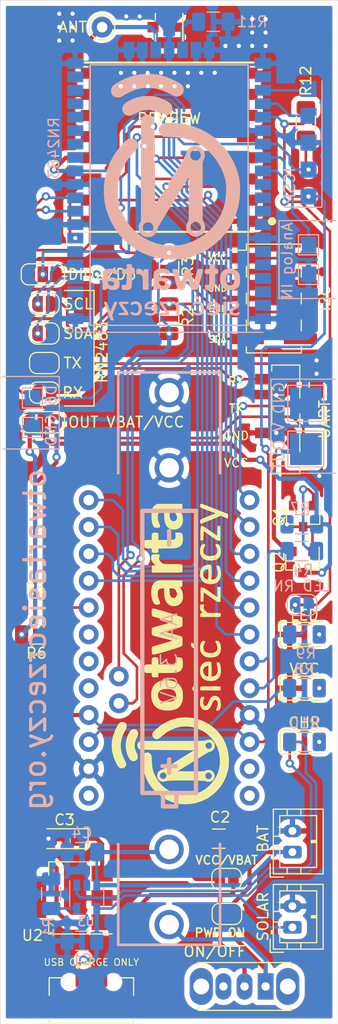
<source format=kicad_pcb>
(kicad_pcb (version 20171130) (host pcbnew "(5.1.5)-3")
  (title_block (title "LoRa board") (date 2020-02-28) (rev 1.0) (company "Stowarzyszenie Otwarta Siec Rzeczy"))
  (layers (0 F.Cu signal hide) (31 B.Cu signal hide) (34 B.Paste user) (35 F.Paste user) (36 B.SilkS user) (37 F.SilkS user) (38 B.Mask user) (39 F.Mask user) (44 Edge.Cuts user))
  (net 0 "")
  (net 1 "Net-(B1-Pad1)")
  (net 2 "Net-(B1-Pad2)")
  (net 3 RST)
  (net 4 GND)
  (net 5 D2)
  (net 6 D3)
  (net 7 D4)
  (net 8 D5)
  (net 9 D6)
  (net 10 D7)
  (net 11 RX)
  (net 12 TX)
  (net 13 D10)
  (net 14 D11)
  (net 15 D12)
  (net 16 D13)
  (net 17 A0)
  (net 18 A1)
  (net 19 A2)
  (net 20 A3)
  (net 21 VCC)
  (net 22 "Net-(B1-Pad24)")
  (net 23 SCL)
  (net 24 SDA)
  (net 25 "Net-(BT1-Pad1)")
  (net 26 VDD)
  (net 27 VBAT)
  (net 28 "Net-(D1-Pad2)")
  (net 29 "Net-(D2-Pad2)")
  (net 30 STAT)
  (net 31 "Net-(D3-Pad2)")
  (net 32 "Net-(J1-Pad3)")
  (net 33 "Net-(J1-Pad4)")
  (net 34 "Net-(J1-Pad2)")
  (net 35 "Net-(Q1-Pad1)")
  (net 36 "Net-(Q1-Pad3)")
  (net 37 "Net-(Q2-Pad2)")
  (net 38 "Net-(R1-Pad1)")
  (net 39 "Net-(U1-Pad11)")
  (net 40 "Net-(U1-Pad12)")
  (net 41 ANT)
  (net 42 "Net-(MODULE1-Pad25)")
  (net 43 "Net-(MODULE1-Pad35)")
  (net 44 "Net-(MODULE1-Pad37)")
  (net 45 "Net-(MODULE1-Pad38)")
  (net 46 "Net-(MODULE1-Pad39)")
  (net 47 "Net-(MODULE1-Pad40)")
  (net 48 "Net-(MODULE1-Pad43)")
  (net 49 "Net-(MODULE1-Pad44)")
  (net 50 "Net-(MODULE1-Pad45)")
  (net 51 "Net-(MODULE1-Pad46)")
  (net 52 "Net-(MODULE1-Pad2)")
  (net 53 "Net-(MODULE1-Pad3)")
  (net 54 "Net-(MODULE1-Pad13)")
  (net 55 "Net-(MODULE1-Pad14)")
  (net 56 PGD_INT)
  (net 57 PGC_INT)
  (net 58 "Net-(JP1-Pad1)")
  (net 59 "Net-(JP5-Pad2)")
  (net 60 "Net-(JP6-Pad1)")
  (net 61 "Net-(JP7-Pad2)")
  (net 62 "Net-(JP8-Pad1)")
  (net 63 "Net-(JP3-Pad1)")
  (net 64 "Net-(JP3-Pad3)")
  (net 65 "Net-(JP9-Pad2)")
  (net 66 "Net-(U1-Pad7)")
  (module Connector_JST:JST_PH_B2B-PH-K_1x02_P2.00mm_Vertical (layer F.Cu) (at 186.944 105.664 90)
    (fp_text reference BAT (at 1.27 -2.794 270) (layer F.SilkS))
    (fp_text value PH)
    (pad 2 thru_hole oval (at 2 0 90) (size 1.2 1.75) (drill 0.75) (layers *.Cu *.Mask) (net 4 GND))
    (pad 1 thru_hole roundrect (at 0 0 90) (size 1.2 1.75) (drill 0.75) (layers *.Cu *.Mask) (roundrect_rratio 0.208333) (net 25 "Net-(BT1-Pad1)"))
  )
  (module SparkFun-Electromechanical:BATTERY-AA-KIT (layer F.Cu) (at 175.26 87.376 90)
    (fp_text reference BT1 hide)
    (fp_text value "AA 3.6V" (at 0 0 270) (layer B.SilkS) (effects (font (size 1.524 1.524)) (justify mirror)))
    (pad GND@ thru_hole circle (at 25.146 0 90) (size 2.7813 2.7813) (drill 1.8542) (layers *.Cu *.Mask) (net 4 GND))
    (pad GND@ thru_hole circle (at 18.034 0 90) (size 2.7813 2.7813) (drill 1.8542) (layers *.Cu *.Mask) (net 4 GND))
    (pad PWR@ thru_hole circle (at -25.146 0 90) (size 2.7813 2.7813) (drill 1.8542) (layers *.Cu *.Mask) (net 25 "Net-(BT1-Pad1)"))
    (pad PWR@ thru_hole circle (at -18.034 0 90) (size 2.7813 2.7813) (drill 1.8542) (layers *.Cu *.Mask) (net 25 "Net-(BT1-Pad1)"))
  )
  (module OSR:OSR_Vertical_15x25 (layer B.Cu) (at 175.26 43.688 180)
    (fp_text reference Ref** hide)
    (fp_text value Val** hide)
  )
  (module OSR:OSR_Horizontal_12x29 (layer F.Cu) (at 175.514 86.868 90)
    (fp_text reference Ref** hide)
    (fp_text value Val** hide)
  )
  (module Button_Switch_THT:SW_Slide_1P2T_CK_OS102011MS2Q (layer F.Cu) (at 184.404 118.364 180)
    (fp_text reference ON/OFF (at 4.826 3.302) (layer F.SilkS))
    (fp_text value "PWR ON")
    (pad 1 thru_hole rect (at 0 0 180) (size 1.5 2.5) (drill 0.8) (layers *.Cu *.Mask) (net 25 "Net-(BT1-Pad1)"))
    (pad 2 thru_hole oval (at 2 0 180) (size 1.5 2.5) (drill 0.8) (layers *.Cu *.Mask) (net 27 VBAT))
    (pad 3 thru_hole oval (at 4 0 180) (size 1.5 2.5) (drill 0.8) (layers *.Cu *.Mask))
    (pad "" thru_hole oval (at -2.1 0 180) (size 2.2 3.5) (drill 1.5) (layers *.Cu *.Mask))
    (pad "" thru_hole oval (at 6.1 0 180) (size 2.2 3.5) (drill 1.5) (layers *.Cu *.Mask))
  )
  (module TestPoint:TestPoint_Pad_1.5x1.5mm (layer B.Cu) (at 188.468 51.054)
    (fp_text reference GND hide)
    (fp_text value GND)
    (pad 1 smd rect (at 0 0) (size 1.5 1.5) (layers B.Cu B.Mask) (net 4 GND))
  )
  (module Jumper:SolderJumper-3_P1.3mm_Open_RoundedPad1.0x1.5mm (layer F.Cu) (at 163.292 65.024)
    (fp_text reference "OUT VBAT/VCC" (at 7.904 0) (layer F.SilkS))
    (fp_text value VCC/VBAT)
    (pad 1 smd custom (at -1.3 0) (size 1 0.5) (layers F.Cu F.Mask) (net 27 VBAT) (options (clearance outline) (anchor rect)) (primitives (gr_circle (center 0 0.25) (end 0.5 0.25) (width 0)) (gr_circle (center 0 -0.25) (end 0.5 -0.25) (width 0)) (gr_poly (pts (xy 0.55 -0.75) (xy 0 -0.75) (xy 0 0.75) (xy 0.55 0.75)) (width 0))))
    (pad 3 smd custom (at 1.3 0) (size 1 0.5) (layers F.Cu F.Mask) (net 21 VCC) (options (clearance outline) (anchor rect)) (primitives (gr_circle (center 0 0.25) (end 0.5 0.25) (width 0)) (gr_circle (center 0 -0.25) (end 0.5 -0.25) (width 0)) (gr_poly (pts (xy -0.55 -0.75) (xy 0 -0.75) (xy 0 0.75) (xy -0.55 0.75)) (width 0))))
    (pad 2 smd rect (at 0 0) (size 1 1.5) (layers F.Cu F.Mask) (net 65 "Net-(JP9-Pad2)"))
  )
  (module Jumper:SolderJumper-3_P1.3mm_Open_RoundedPad1.0x1.5mm (layer F.Cu) (at 163.292 51.054)
    (fp_text reference DIO2/D6 (at 5.618 0 180) (layer F.SilkS))
    (fp_text value PWM/DIO2)
    (pad 1 smd custom (at -1.3 0) (size 1 0.5) (layers F.Cu F.Mask) (net 63 "Net-(JP3-Pad1)") (options (clearance outline) (anchor rect)) (primitives (gr_circle (center 0 0.25) (end 0.5 0.25) (width 0)) (gr_circle (center 0 -0.25) (end 0.5 -0.25) (width 0)) (gr_poly (pts (xy 0.55 -0.75) (xy 0 -0.75) (xy 0 0.75) (xy 0.55 0.75)) (width 0))))
    (pad 3 smd custom (at 1.3 0) (size 1 0.5) (layers F.Cu F.Mask) (net 64 "Net-(JP3-Pad3)") (options (clearance outline) (anchor rect)) (primitives (gr_circle (center 0 0.25) (end 0.5 0.25) (width 0)) (gr_circle (center 0 -0.25) (end 0.5 -0.25) (width 0)) (gr_poly (pts (xy -0.55 -0.75) (xy 0 -0.75) (xy 0 0.75) (xy -0.55 0.75)) (width 0))))
    (pad 2 smd rect (at 0 0) (size 1 1.5) (layers F.Cu F.Mask) (net 9 D6))
  )
  (module Resistor_SMD:R_1206_3216Metric (layer B.Cu) (at 188.084 90.17)
    (fp_text reference R8 (at 0 -1.778) (layer B.SilkS) (effects (justify mirror)))
    (fp_text value 1k)
    (pad 2 smd roundrect (at 1.4 0) (size 1.25 1.75) (layers B.Cu B.Paste B.Mask) (roundrect_rratio 0.2) (net 28 "Net-(D1-Pad2)"))
    (pad 1 smd roundrect (at -1.4 0) (size 1.25 1.75) (layers B.Cu B.Paste B.Mask) (roundrect_rratio 0.2) (net 21 VCC))
  )
  (module RN2483:RM095 (layer B.Cu) (at 175.26 43.18)
    (fp_text reference RN2483 (at -10.922 -4.064 90) (layer B.SilkS) (effects (justify mirror)))
    (fp_text value RN2483)
    (pad 21 smd rect (at -3.81 -13.335) (size 1.016 1.524) (layers B.Cu B.Paste B.Mask) (net 4 GND))
    (pad 22 smd rect (at -2.54 -13.335) (size 1.016 1.524) (layers B.Cu B.Paste B.Mask) (net 4 GND))
    (pad 23 smd rect (at -1.27 -13.335) (size 1.016 1.524) (layers B.Cu B.Paste B.Mask) (net 41 ANT))
    (pad 24 smd rect (at 0 -13.335) (size 1.016 1.524) (layers B.Cu B.Paste B.Mask) (net 4 GND))
    (pad 25 smd rect (at 1.27 -13.335) (size 1.016 1.524) (layers B.Cu B.Paste B.Mask) (net 42 "Net-(MODULE1-Pad25)"))
    (pad 26 smd rect (at 2.54 -13.335) (size 1.016 1.524) (layers B.Cu B.Paste B.Mask) (net 4 GND))
    (pad 27 smd rect (at 3.81 -13.335) (size 1.016 1.524) (layers B.Cu B.Paste B.Mask) (net 4 GND))
    (pad 28 smd rect (at 8.89 -12.065) (size 1.524 1.016) (layers B.Cu B.Paste B.Mask) (net 4 GND))
    (pad 29 smd rect (at 8.89 -10.795) (size 1.524 1.016) (layers B.Cu B.Paste B.Mask))
    (pad 30 smd rect (at 8.89 -9.525) (size 1.524 1.016) (layers B.Cu B.Paste B.Mask) (net 57 PGC_INT))
    (pad 31 smd rect (at 8.89 -8.255) (size 1.524 1.016) (layers B.Cu B.Paste B.Mask) (net 56 PGD_INT))
    (pad 32 smd rect (at 8.89 -6.985) (size 1.524 1.016) (layers B.Cu B.Paste B.Mask) (net 3 RST))
    (pad 33 smd rect (at 8.89 -5.715) (size 1.524 1.016) (layers B.Cu B.Paste B.Mask) (net 4 GND))
    (pad 34 smd rect (at 8.89 -4.445) (size 1.524 1.016) (layers B.Cu B.Paste B.Mask) (net 21 VCC))
    (pad 35 smd rect (at 8.89 -3.175) (size 1.524 1.016) (layers B.Cu B.Paste B.Mask) (net 43 "Net-(MODULE1-Pad35)"))
    (pad 36 smd rect (at 8.89 -1.905) (size 1.524 1.016) (layers B.Cu B.Paste B.Mask) (net 58 "Net-(JP1-Pad1)"))
    (pad 37 smd rect (at 8.89 -0.635) (size 1.524 1.016) (layers B.Cu B.Paste B.Mask) (net 44 "Net-(MODULE1-Pad37)"))
    (pad 38 smd rect (at 8.89 0.635) (size 1.524 1.016) (layers B.Cu B.Paste B.Mask) (net 45 "Net-(MODULE1-Pad38)"))
    (pad 39 smd rect (at 8.89 1.905) (size 1.524 1.016) (layers B.Cu B.Paste B.Mask) (net 46 "Net-(MODULE1-Pad39)"))
    (pad 40 smd rect (at 8.89 3.175) (size 1.524 1.016) (layers B.Cu B.Paste B.Mask) (net 47 "Net-(MODULE1-Pad40)"))
    (pad 41 smd rect (at 8.89 4.445) (size 1.524 1.016) (layers B.Cu B.Paste B.Mask) (net 4 GND))
    (pad 42 smd rect (at 8.89 5.715) (size 1.524 1.016) (layers B.Cu B.Paste B.Mask))
    (pad 43 smd rect (at 8.89 6.985) (size 1.524 1.016) (layers B.Cu B.Paste B.Mask) (net 48 "Net-(MODULE1-Pad43)"))
    (pad 44 smd rect (at 8.89 8.255) (size 1.524 1.016) (layers B.Cu B.Paste B.Mask) (net 49 "Net-(MODULE1-Pad44)"))
    (pad 45 smd rect (at 8.89 9.525) (size 1.524 1.016) (layers B.Cu B.Paste B.Mask) (net 50 "Net-(MODULE1-Pad45)"))
    (pad 46 smd rect (at 8.89 10.795) (size 1.524 1.016) (layers B.Cu B.Paste B.Mask) (net 51 "Net-(MODULE1-Pad46)"))
    (pad 47 smd rect (at 8.89 12.065) (size 1.524 1.016) (layers B.Cu B.Paste B.Mask) (net 4 GND))
    (pad 1 smd rect (at -8.89 12.065) (size 1.524 1.016) (layers B.Cu B.Paste B.Mask) (net 4 GND))
    (pad 2 smd rect (at -8.89 10.795) (size 1.524 1.016) (layers B.Cu B.Paste B.Mask) (net 52 "Net-(MODULE1-Pad2)"))
    (pad 3 smd rect (at -8.89 9.525) (size 1.524 1.016) (layers B.Cu B.Paste B.Mask) (net 53 "Net-(MODULE1-Pad3)"))
    (pad 4 smd rect (at -8.89 8.255) (size 1.524 1.016) (layers B.Cu B.Paste B.Mask) (net 62 "Net-(JP8-Pad1)"))
    (pad 5 smd rect (at -8.89 6.985) (size 1.524 1.016) (layers B.Cu B.Paste B.Mask) (net 61 "Net-(JP7-Pad2)"))
    (pad 6 smd rect (at -8.89 5.715) (size 1.524 1.016) (layers B.Cu B.Paste B.Mask) (net 9 D6))
    (pad 7 smd rect (at -8.89 4.445) (size 1.524 1.016) (layers B.Cu B.Paste B.Mask) (net 10 D7))
    (pad 8 smd rect (at -8.89 3.175) (size 1.524 1.016) (layers B.Cu B.Paste B.Mask) (net 4 GND))
    (pad 9 smd rect (at -8.89 1.905) (size 1.524 1.016) (layers B.Cu B.Paste B.Mask) (net 60 "Net-(JP6-Pad1)"))
    (pad 10 smd rect (at -8.89 0.635) (size 1.524 1.016) (layers B.Cu B.Paste B.Mask) (net 59 "Net-(JP5-Pad2)"))
    (pad 11 smd rect (at -8.89 -0.635) (size 1.524 1.016) (layers B.Cu B.Paste B.Mask) (net 4 GND))
    (pad 12 smd rect (at -8.89 -1.905) (size 1.524 1.016) (layers B.Cu B.Paste B.Mask) (net 21 VCC))
    (pad 13 smd rect (at -8.89 -3.175) (size 1.524 1.016) (layers B.Cu B.Paste B.Mask) (net 54 "Net-(MODULE1-Pad13)"))
    (pad 14 smd rect (at -8.89 -4.445) (size 1.524 1.016) (layers B.Cu B.Paste B.Mask) (net 55 "Net-(MODULE1-Pad14)"))
    (pad 15 smd rect (at -8.89 -5.715) (size 1.524 1.016) (layers B.Cu B.Paste B.Mask))
    (pad 16 smd rect (at -8.89 -6.985) (size 1.524 1.016) (layers B.Cu B.Paste B.Mask))
    (pad 17 smd rect (at -8.89 -8.255) (size 1.524 1.016) (layers B.Cu B.Paste B.Mask))
    (pad 18 smd rect (at -8.89 -9.525) (size 1.524 1.016) (layers B.Cu B.Paste B.Mask))
    (pad 19 smd rect (at -8.89 -10.795) (size 1.524 1.016) (layers B.Cu B.Paste B.Mask))
    (pad 20 smd rect (at -8.89 -12.065) (size 1.524 1.016) (layers B.Cu B.Paste B.Mask) (net 4 GND))
  )
  (module RFM95W-868S2:XCVR_RFM95W-868S2 (layer F.Cu) (at 175.26 39.036 180)
    (fp_text reference RFM95W (at 0 2.714) (layer F.SilkS))
    (fp_text value RFM95W)
    (pad 1 smd rect (at -7.4 -7 180) (size 1.95 1.05) (layers F.Cu F.Paste F.Mask) (net 4 GND))
    (pad 2 smd rect (at -7.4 -5 180) (size 1.95 1.05) (layers F.Cu F.Paste F.Mask) (net 15 D12))
    (pad 3 smd rect (at -7.4 -3 180) (size 1.95 1.05) (layers F.Cu F.Paste F.Mask) (net 14 D11))
    (pad 4 smd rect (at -7.4 -1 180) (size 1.95 1.05) (layers F.Cu F.Paste F.Mask) (net 16 D13))
    (pad 5 smd rect (at -7.4 1 180) (size 1.95 1.05) (layers F.Cu F.Paste F.Mask) (net 13 D10))
    (pad 6 smd rect (at -7.4 3 180) (size 1.95 1.05) (layers F.Cu F.Paste F.Mask) (net 7 D4))
    (pad 7 smd rect (at -7.4 5 180) (size 1.95 1.05) (layers F.Cu F.Paste F.Mask) (net 66 "Net-(U1-Pad7)"))
    (pad 8 smd rect (at -7.4 7 180) (size 1.95 1.05) (layers F.Cu F.Paste F.Mask) (net 4 GND))
    (pad 9 smd rect (at 7.4 7 180) (size 1.95 1.05) (layers F.Cu F.Paste F.Mask) (net 41 ANT))
    (pad 10 smd rect (at 7.4 5 180) (size 1.95 1.05) (layers F.Cu F.Paste F.Mask) (net 4 GND))
    (pad 11 smd rect (at 7.4 3 180) (size 1.95 1.05) (layers F.Cu F.Paste F.Mask) (net 39 "Net-(U1-Pad11)"))
    (pad 12 smd rect (at 7.4 1 180) (size 1.95 1.05) (layers F.Cu F.Paste F.Mask) (net 40 "Net-(U1-Pad12)"))
    (pad 13 smd rect (at 7.4 -1 180) (size 1.95 1.05) (layers F.Cu F.Paste F.Mask) (net 21 VCC))
    (pad 14 smd rect (at 7.4 -3 180) (size 1.95 1.05) (layers F.Cu F.Paste F.Mask) (net 8 D5))
    (pad 15 smd rect (at 7.4 -5 180) (size 1.95 1.05) (layers F.Cu F.Paste F.Mask) (net 10 D7))
    (pad 16 smd rect (at 7.4 -7 180) (size 1.95 1.05) (layers F.Cu F.Paste F.Mask) (net 63 "Net-(JP3-Pad1)"))
  )
  (module ARDUINO_PRO_MINI:ARDUINO_PRO_MINI (layer F.Cu) (at 175.26 87.63 180)
    (fp_text reference B1 (at 0 -16.9418) (layer F.SilkS) (effects (font (size 0.48 0.48) (thickness 0.015))))
    (fp_text value ARDUINO)
    (pad 1 thru_hole circle (at -7.62 -12.7 180) (size 1.8796 1.8796) (drill 1.016) (layers *.Cu *.Mask) (net 1 "Net-(B1-Pad1)"))
    (pad 2 thru_hole circle (at -7.62 -10.16 180) (size 1.8796 1.8796) (drill 1.016) (layers *.Cu *.Mask) (net 2 "Net-(B1-Pad2)"))
    (pad 3 thru_hole circle (at -7.62 -7.62 180) (size 1.8796 1.8796) (drill 1.016) (layers *.Cu *.Mask) (net 3 RST))
    (pad 4 thru_hole circle (at -7.62 -5.08 180) (size 1.8796 1.8796) (drill 1.016) (layers *.Cu *.Mask) (net 4 GND))
    (pad 5 thru_hole circle (at -7.62 -2.54 180) (size 1.8796 1.8796) (drill 1.016) (layers *.Cu *.Mask) (net 5 D2))
    (pad 6 thru_hole circle (at -7.62 0 180) (size 1.8796 1.8796) (drill 1.016) (layers *.Cu *.Mask) (net 6 D3))
    (pad 7 thru_hole circle (at -7.62 2.54 180) (size 1.8796 1.8796) (drill 1.016) (layers *.Cu *.Mask) (net 7 D4))
    (pad 8 thru_hole circle (at -7.62 5.08 180) (size 1.8796 1.8796) (drill 1.016) (layers *.Cu *.Mask) (net 8 D5))
    (pad 9 thru_hole circle (at -7.62 7.62 180) (size 1.8796 1.8796) (drill 1.016) (layers *.Cu *.Mask) (net 9 D6))
    (pad 10 thru_hole circle (at -7.62 10.16 180) (size 1.8796 1.8796) (drill 1.016) (layers *.Cu *.Mask) (net 10 D7))
    (pad 11 thru_hole circle (at -7.62 12.7 180) (size 1.8796 1.8796) (drill 1.016) (layers *.Cu *.Mask) (net 11 RX))
    (pad 12 thru_hole circle (at -7.62 15.24 180) (size 1.8796 1.8796) (drill 1.016) (layers *.Cu *.Mask) (net 12 TX))
    (pad 13 thru_hole circle (at 7.62 15.24 180) (size 1.8796 1.8796) (drill 1.016) (layers *.Cu *.Mask) (net 13 D10))
    (pad 14 thru_hole circle (at 7.62 12.7 180) (size 1.8796 1.8796) (drill 1.016) (layers *.Cu *.Mask) (net 14 D11))
    (pad 15 thru_hole circle (at 7.62 10.16 180) (size 1.8796 1.8796) (drill 1.016) (layers *.Cu *.Mask) (net 15 D12))
    (pad 16 thru_hole circle (at 7.62 7.62 180) (size 1.8796 1.8796) (drill 1.016) (layers *.Cu *.Mask) (net 16 D13))
    (pad 17 thru_hole circle (at 7.62 5.08 180) (size 1.8796 1.8796) (drill 1.016) (layers *.Cu *.Mask) (net 17 A0))
    (pad 18 thru_hole circle (at 7.62 2.54 180) (size 1.8796 1.8796) (drill 1.016) (layers *.Cu *.Mask) (net 18 A1))
    (pad 19 thru_hole circle (at 7.62 0 180) (size 1.8796 1.8796) (drill 1.016) (layers *.Cu *.Mask) (net 19 A2))
    (pad 20 thru_hole circle (at 7.62 -2.54 180) (size 1.8796 1.8796) (drill 1.016) (layers *.Cu *.Mask) (net 20 A3))
    (pad 21 thru_hole circle (at 7.62 -5.08 180) (size 1.8796 1.8796) (drill 1.016) (layers *.Cu *.Mask) (net 21 VCC))
    (pad 22 thru_hole circle (at 7.62 -7.62 180) (size 1.8796 1.8796) (drill 1.016) (layers *.Cu *.Mask) (net 3 RST))
    (pad 23 thru_hole circle (at 7.62 -10.16 180) (size 1.8796 1.8796) (drill 1.016) (layers *.Cu *.Mask) (net 4 GND))
    (pad 24 thru_hole circle (at 7.62 -12.7 180) (size 1.8796 1.8796) (drill 1.016) (layers *.Cu *.Mask) (net 22 "Net-(B1-Pad24)"))
    (pad A5 thru_hole circle (at 4.7625 -3.96875 180) (size 1.8796 1.8796) (drill 1.016) (layers *.Cu *.Mask) (net 23 SCL))
    (pad A4 thru_hole circle (at 4.7625 -1.42875 180) (size 1.8796 1.8796) (drill 1.016) (layers *.Cu *.Mask) (net 24 SDA))
  )
  (module Resistor_SMD:R_1206_3216Metric (layer B.Cu) (at 188.084 95.25)
    (fp_text reference R10 (at 0 -1.778) (layer B.SilkS) (effects (justify mirror)))
    (fp_text value 470)
    (pad 2 smd roundrect (at 1.4 0) (size 1.25 1.75) (layers B.Cu B.Paste B.Mask) (roundrect_rratio 0.2) (net 31 "Net-(D3-Pad2)"))
    (pad 1 smd roundrect (at -1.4 0) (size 1.25 1.75) (layers B.Cu B.Paste B.Mask) (roundrect_rratio 0.2) (net 26 VDD))
  )
  (module TestPoint:TestPoint_THTPad_D2.0mm_Drill1.0mm (layer F.Cu) (at 168.91 27.686)
    (fp_text reference ANT (at -2.794 0) (layer F.SilkS))
    (fp_text value ANT)
    (pad 1 thru_hole circle (at 0 0) (size 2 2) (drill 1) (layers *.Cu *.Mask) (net 41 ANT))
  )
  (module Connector_JST:JST_PH_B2B-PH-K_1x02_P2.00mm_Vertical (layer F.Cu) (at 186.944 112.776 90)
    (fp_text reference SOLAR (at 1.016 -2.794 270) (layer F.SilkS))
    (fp_text value PH)
    (pad 1 thru_hole roundrect (at 0 0 90) (size 1.2 1.75) (drill 0.75) (layers *.Cu *.Mask) (roundrect_rratio 0.208) (net 26 VDD))
    (pad 2 thru_hole oval (at 2 0 90) (size 1.2 1.75) (drill 0.75) (layers *.Cu *.Mask) (net 4 GND))
  )
  (module Capacitor_SMD:C_1206_3216Metric (layer B.Cu) (at 167.002 114.046 180)
    (fp_text reference C1 (at 0 -1.778 180) (layer B.SilkS) (effects (justify mirror)))
    (fp_text value 4,7uF)
    (pad 2 smd roundrect (at 1.4 0 180) (size 1.25 1.75) (layers B.Cu B.Paste B.Mask) (roundrect_rratio 0.2) (net 4 GND))
    (pad 1 smd roundrect (at -1.4 0 180) (size 1.25 1.75) (layers B.Cu B.Paste B.Mask) (roundrect_rratio 0.2) (net 26 VDD))
  )
  (module Capacitor_SMD:C_1206_3216Metric (layer F.Cu) (at 179.962 104.394 180)
    (fp_text reference C2 (at -0.124 2.032) (layer F.SilkS))
    (fp_text value 100nF)
    (pad 1 smd roundrect (at -1.4 0 180) (size 1.25 1.75) (layers F.Cu F.Paste F.Mask) (roundrect_rratio 0.2) (net 27 VBAT))
    (pad 2 smd roundrect (at 1.4 0 180) (size 1.25 1.75) (layers F.Cu F.Paste F.Mask) (roundrect_rratio 0.2) (net 4 GND))
  )
  (module Capacitor_Tantalum_SMD:CP_EIA-3216-18_Kemet-A (layer F.Cu) (at 165.274 104.394 180)
    (fp_text reference C3 (at -0.08 1.778) (layer F.SilkS))
    (fp_text value 22uF)
    (pad 1 smd roundrect (at -1.35 0 180) (size 1.4 1.35) (layers F.Cu F.Paste F.Mask) (roundrect_rratio 0.185185) (net 21 VCC))
    (pad 2 smd roundrect (at 1.35 0 180) (size 1.4 1.35) (layers F.Cu F.Paste F.Mask) (roundrect_rratio 0.185185) (net 4 GND))
  )
  (module Capacitor_SMD:C_1206_3216Metric (layer B.Cu) (at 167.002 105.664 180)
    (fp_text reference C4 (at 0 1.82 180) (layer B.SilkS) (effects (justify mirror)))
    (fp_text value 4,7uF)
    (pad 1 smd roundrect (at -1.4 0 180) (size 1.25 1.75) (layers B.Cu B.Paste B.Mask) (roundrect_rratio 0.2) (net 25 "Net-(BT1-Pad1)"))
    (pad 2 smd roundrect (at 1.4 0 180) (size 1.25 1.75) (layers B.Cu B.Paste B.Mask) (roundrect_rratio 0.2) (net 4 GND))
  )
  (module LED_SMD:LED_1206_3216Metric (layer F.Cu) (at 188.084 90.17)
    (fp_text reference VCC (at 0 -1.82) (layer F.SilkS))
    (fp_text value PWR)
    (pad 1 smd roundrect (at -1.4 0) (size 1.25 1.75) (layers F.Cu F.Paste F.Mask) (roundrect_rratio 0.2) (net 4 GND))
    (pad 2 smd roundrect (at 1.4 0) (size 1.25 1.75) (layers F.Cu F.Paste F.Mask) (roundrect_rratio 0.2) (net 28 "Net-(D1-Pad2)"))
  )
  (module LED_SMD:LED_1206_3216Metric (layer F.Cu) (at 188.084 85.09)
    (fp_text reference LED (at 0 -1.82) (layer F.SilkS))
    (fp_text value LED)
    (pad 2 smd roundrect (at 1.4 0) (size 1.25 1.75) (layers F.Cu F.Paste F.Mask) (roundrect_rratio 0.2) (net 29 "Net-(D2-Pad2)"))
    (pad 1 smd roundrect (at -1.4 0) (size 1.25 1.75) (layers F.Cu F.Paste F.Mask) (roundrect_rratio 0.2) (net 4 GND))
  )
  (module LED_SMD:LED_1206_3216Metric (layer F.Cu) (at 188.084 95.25)
    (fp_text reference CHR (at 0 -1.82) (layer F.SilkS))
    (fp_text value CHR)
    (pad 1 smd roundrect (at -1.4 0) (size 1.25 1.75) (layers F.Cu F.Paste F.Mask) (roundrect_rratio 0.2) (net 30 STAT))
    (pad 2 smd roundrect (at 1.4 0) (size 1.25 1.75) (layers F.Cu F.Paste F.Mask) (roundrect_rratio 0.2) (net 31 "Net-(D3-Pad2)"))
  )
  (module 629105136821:WE_629105136821 (layer F.Cu) (at 167.894 120.396)
    (fp_text reference "USB CHARGE ONLY" (at 0 -4.318) (layer F.SilkS) (effects (font (size 0.64 0.64) (thickness 0.1))))
    (fp_text value 629105136821)
    (pad 3 smd rect (at 0 -2.675) (size 0.4 1.35) (layers F.Cu F.Paste F.Mask) (net 32 "Net-(J1-Pad3)"))
    (pad 4 smd rect (at 0.65 -2.675) (size 0.4 1.35) (layers F.Cu F.Paste F.Mask) (net 33 "Net-(J1-Pad4)"))
    (pad 2 smd rect (at -0.65 -2.675) (size 0.4 1.35) (layers F.Cu F.Paste F.Mask) (net 34 "Net-(J1-Pad2)"))
    (pad 1 smd rect (at -1.3 -2.675) (size 0.4 1.35) (layers F.Cu F.Paste F.Mask) (net 26 VDD))
    (pad 5 smd rect (at 1.3 -2.675) (size 0.4 1.35) (layers F.Cu F.Paste F.Mask) (net 4 GND))
    (pad S4 smd rect (at 4 0) (size 1.8 1.9) (layers F.Cu F.Paste F.Mask) (net 4 GND))
    (pad S3 smd rect (at 1.2 0) (size 1.9 1.9) (layers F.Cu F.Paste F.Mask) (net 4 GND))
    (pad S2 smd rect (at -1.2 0) (size 1.9 1.9) (layers F.Cu F.Paste F.Mask) (net 4 GND))
    (pad S1 smd rect (at -4 0) (size 1.8 1.9) (layers F.Cu F.Paste F.Mask) (net 4 GND))
    (pad None np_thru_hole circle (at -2.075 -2.45) (size 0.7 0.7) (drill 0.7) (layers *.Cu *.Mask))
    (pad None np_thru_hole circle (at 2.075 -2.45) (size 0.7 0.7) (drill 0.7) (layers *.Cu *.Mask))
  )
  (module "U.FL-R-SMT-1_10_:HRS_U.FL-R-SMT-1(10)" (layer F.Cu) (at 175.26 27.686 270)
    (fp_text reference J2 hide)
    (fp_text value U.FL)
    (pad 2 smd rect (at 0 1.525 270) (size 1 1.05) (layers F.Cu F.Paste F.Mask) (net 41 ANT))
    (pad 1 smd rect (at -1.475 0 270) (size 1.05 2.2) (layers F.Cu F.Paste F.Mask) (net 4 GND))
    (pad 3 smd rect (at 1.475 0 270) (size 1.05 2.2) (layers F.Cu F.Paste F.Mask) (net 4 GND))
  )
  (module Connector_PinHeader_2.54mm:PinHeader_1x04_P2.54mm_Vertical_SMD_Pin1Left (layer F.Cu) (at 186.313 64.77 180)
    (fp_text reference J3 hide)
    (fp_text value UART (at -3.679 0 90) (layer F.SilkS))
    (pad 1 smd rect (at -1.655 -3.81 180) (size 2.51 1) (layers F.Cu F.Paste F.Mask) (net 21 VCC))
    (pad 3 smd rect (at -1.655 1.27 180) (size 2.51 1) (layers F.Cu F.Paste F.Mask) (net 12 TX))
    (pad 2 smd rect (at 1.655 -1.27 180) (size 2.51 1) (layers F.Cu F.Paste F.Mask) (net 4 GND))
    (pad 4 smd rect (at 1.655 3.81 180) (size 2.51 1) (layers F.Cu F.Paste F.Mask) (net 11 RX))
  )
  (module Jumper:SolderJumper-2_P1.3mm_Open_RoundedPad1.0x1.5mm (layer F.Cu) (at 180.706 108.204 180)
    (fp_text reference VCC/VBAT (at 0 1.778) (layer F.SilkS) (effects (font (size 0.8 0.8))))
    (fp_text value VBAT)
    (pad 1 smd custom (at -0.65 0 180) (size 1 0.5) (layers F.Cu F.Mask) (net 27 VBAT) (options (clearance outline) (anchor rect)) (primitives (gr_circle (center 0 0.25) (end 0.5 0.25) (width 0)) (gr_circle (center 0 -0.25) (end 0.5 -0.25) (width 0)) (gr_poly (pts (xy 0 -0.75) (xy 0.5 -0.75) (xy 0.5 0.75) (xy 0 0.75)) (width 0))))
    (pad 2 smd custom (at 0.65 0 180) (size 1 0.5) (layers F.Cu F.Mask) (net 21 VCC) (options (clearance outline) (anchor rect)) (primitives (gr_circle (center 0 0.25) (end 0.5 0.25) (width 0)) (gr_circle (center 0 -0.25) (end 0.5 -0.25) (width 0)) (gr_poly (pts (xy 0 -0.75) (xy -0.5 -0.75) (xy -0.5 0.75) (xy 0 0.75)) (width 0))))
  )
  (module Jumper:SolderJumper-2_P1.3mm_Open_RoundedPad1.0x1.5mm (layer F.Cu) (at 180.736 111.506 180)
    (fp_text reference "PWR ON" (at 0.65 -1.778) (layer F.SilkS) (effects (font (size 0.8 0.8))))
    (fp_text value "PWR ON")
    (pad 2 smd custom (at 0.65 0 180) (size 1 0.5) (layers F.Cu F.Mask) (net 27 VBAT) (options (clearance outline) (anchor rect)) (primitives (gr_circle (center 0 0.25) (end 0.5 0.25) (width 0)) (gr_circle (center 0 -0.25) (end 0.5 -0.25) (width 0)) (gr_poly (pts (xy 0 -0.75) (xy -0.5 -0.75) (xy -0.5 0.75) (xy 0 0.75)) (width 0))))
    (pad 1 smd custom (at -0.65 0 180) (size 1 0.5) (layers F.Cu F.Mask) (net 25 "Net-(BT1-Pad1)") (options (clearance outline) (anchor rect)) (primitives (gr_circle (center 0 0.25) (end 0.5 0.25) (width 0)) (gr_circle (center 0 -0.25) (end 0.5 -0.25) (width 0)) (gr_poly (pts (xy 0 -0.75) (xy 0.5 -0.75) (xy 0.5 0.75) (xy 0 0.75)) (width 0))))
  )
  (module Package_TO_SOT_SMD:SOT-23 (layer F.Cu) (at 187.96 73.914 270)
    (fp_text reference Q1 (at 0 2.286 90) (layer F.SilkS))
    (fp_text value BC817)
    (pad 1 smd rect (at -1 -0.95 270) (size 0.9 0.8) (layers F.Cu F.Paste F.Mask) (net 35 "Net-(Q1-Pad1)"))
    (pad 2 smd rect (at -1 0.95 270) (size 0.9 0.8) (layers F.Cu F.Paste F.Mask) (net 4 GND))
    (pad 3 smd rect (at 1 0 270) (size 0.9 0.8) (layers F.Cu F.Paste F.Mask) (net 36 "Net-(Q1-Pad3)"))
  )
  (module Package_TO_SOT_SMD:SOT-23 (layer F.Cu) (at 187.894 78.248 270)
    (fp_text reference Q2 (at 0.016 2.22 270) (layer F.SilkS))
    (fp_text value DMG2301L)
    (pad 3 smd rect (at 1 0 270) (size 0.9 0.8) (layers F.Cu F.Paste F.Mask) (net 65 "Net-(JP9-Pad2)"))
    (pad 2 smd rect (at -1 0.95 270) (size 0.9 0.8) (layers F.Cu F.Paste F.Mask) (net 37 "Net-(Q2-Pad2)"))
    (pad 1 smd rect (at -1 -0.95 270) (size 0.9 0.8) (layers F.Cu F.Paste F.Mask) (net 36 "Net-(Q1-Pad3)"))
  )
  (module Resistor_SMD:R_1206_3216Metric (layer B.Cu) (at 164.084 109.598 90)
    (fp_text reference R1 (at -3.178 -0.254 90) (layer B.SilkS) (effects (justify mirror)))
    (fp_text value 4k)
    (pad 1 smd roundrect (at -1.4 0 90) (size 1.25 1.75) (layers B.Cu B.Paste B.Mask) (roundrect_rratio 0.2) (net 38 "Net-(R1-Pad1)"))
    (pad 2 smd roundrect (at 1.4 0 90) (size 1.25 1.75) (layers B.Cu B.Paste B.Mask) (roundrect_rratio 0.2) (net 4 GND))
  )
  (module Resistor_SMD:R_1206_3216Metric (layer F.Cu) (at 175.26 55.248 90)
    (fp_text reference R2 (at 0.13 1.778 90) (layer F.SilkS))
    (fp_text value 10k)
    (pad 2 smd roundrect (at 1.4 0 90) (size 1.25 1.75) (layers F.Cu F.Paste F.Mask) (roundrect_rratio 0.2) (net 24 SDA))
    (pad 1 smd roundrect (at -1.4 0 90) (size 1.25 1.75) (layers F.Cu F.Paste F.Mask) (roundrect_rratio 0.2) (net 21 VCC))
  )
  (module Resistor_SMD:R_1206_3216Metric (layer F.Cu) (at 175.26 50.416 270)
    (fp_text reference R3 (at -0.124 -1.778 270) (layer F.SilkS))
    (fp_text value 10k)
    (pad 1 smd roundrect (at -1.4 0 270) (size 1.25 1.75) (layers F.Cu F.Paste F.Mask) (roundrect_rratio 0.2) (net 21 VCC))
    (pad 2 smd roundrect (at 1.4 0 270) (size 1.25 1.75) (layers F.Cu F.Paste F.Mask) (roundrect_rratio 0.2) (net 23 SCL))
  )
  (module Resistor_SMD:R_1206_3216Metric (layer B.Cu) (at 187.83 77.216 180)
    (fp_text reference R4 (at -0.13 -1.778 180) (layer B.SilkS) (effects (justify mirror)))
    (fp_text value 1k)
    (pad 1 smd roundrect (at -1.4 0 180) (size 1.25 1.75) (layers B.Cu B.Paste B.Mask) (roundrect_rratio 0.2) (net 35 "Net-(Q1-Pad1)"))
    (pad 2 smd roundrect (at 1.4 0 180) (size 1.25 1.75) (layers B.Cu B.Paste B.Mask) (roundrect_rratio 0.2) (net 6 D3))
  )
  (module Resistor_SMD:R_1206_3216Metric (layer F.Cu) (at 162.684 85.09)
    (fp_text reference R5 (at -0.124 -4.318) (layer F.SilkS))
    (fp_text value 100k)
    (pad 2 smd roundrect (at 1.4 0) (size 1.25 1.75) (layers F.Cu F.Paste F.Mask) (roundrect_rratio 0.2) (net 17 A0))
    (pad 1 smd roundrect (at -1.4 0) (size 1.25 1.75) (layers F.Cu F.Paste F.Mask) (roundrect_rratio 0.2) (net 27 VBAT))
  )
  (module Resistor_SMD:R_1206_3216Metric (layer F.Cu) (at 162.684 82.55 180)
    (fp_text reference R6 (at 0 -4.318) (layer F.SilkS))
    (fp_text value 33k)
    (pad 1 smd roundrect (at -1.4 0 180) (size 1.25 1.75) (layers F.Cu F.Paste F.Mask) (roundrect_rratio 0.2) (net 17 A0))
    (pad 2 smd roundrect (at 1.4 0 180) (size 1.25 1.75) (layers F.Cu F.Paste F.Mask) (roundrect_rratio 0.2) (net 4 GND))
  )
  (module Resistor_SMD:R_1206_3216Metric (layer B.Cu) (at 187.83 74.676 180)
    (fp_text reference R7 (at 0.124 1.524) (layer B.SilkS) (effects (justify mirror)))
    (fp_text value 10k)
    (pad 2 smd roundrect (at 1.4 0 180) (size 1.25 1.75) (layers B.Cu B.Paste B.Mask) (roundrect_rratio 0.2) (net 36 "Net-(Q1-Pad3)"))
    (pad 1 smd roundrect (at -1.4 0 180) (size 1.25 1.75) (layers B.Cu B.Paste B.Mask) (roundrect_rratio 0.2) (net 65 "Net-(JP9-Pad2)"))
  )
  (module Resistor_SMD:R_1206_3216Metric (layer B.Cu) (at 188.084 85.09)
    (fp_text reference R9 (at 0.13 1.778) (layer B.SilkS) (effects (justify mirror)))
    (fp_text value 1k)
    (pad 1 smd roundrect (at -1.4 0) (size 1.25 1.75) (layers B.Cu B.Paste B.Mask) (roundrect_rratio 0.2) (net 5 D2))
    (pad 2 smd roundrect (at 1.4 0) (size 1.25 1.75) (layers B.Cu B.Paste B.Mask) (roundrect_rratio 0.2) (net 29 "Net-(D2-Pad2)"))
  )
  (module TestPoint:TestPoint_Pad_3.0x3.0mm (layer B.Cu) (at 188.214 67.564 270)
    (fp_text reference "V OUT" (at -0.254 2.54 90) (layer B.SilkS) (effects (justify mirror)))
    (fp_text value +V)
    (pad 1 smd rect (at 0 0 270) (size 3 3) (layers B.Cu B.Mask) (net 37 "Net-(Q2-Pad2)"))
  )
  (module TestPoint:TestPoint_Pad_3.0x3.0mm (layer B.Cu) (at 188.214 63.246 270)
    (fp_text reference GND (at -0.508 2.54 90) (layer B.SilkS) (effects (justify mirror)))
    (fp_text value GND)
    (pad 1 smd rect (at 0 0 270) (size 3 3) (layers B.Cu B.Mask) (net 4 GND))
  )
  (module Package_TO_SOT_SMD:SOT-223 (layer F.Cu) (at 165.76 109.996 180)
    (fp_text reference U2 (at 3.454 -3.542) (layer F.SilkS))
    (fp_text value TS2940-3.3)
    (pad 4 smd rect (at 3.15 0 180) (size 2 3.8) (layers F.Cu F.Paste F.Mask))
    (pad 2 smd rect (at -3.15 0 180) (size 2 1.5) (layers F.Cu F.Paste F.Mask) (net 4 GND))
    (pad 3 smd rect (at -3.15 2.3 180) (size 2 1.5) (layers F.Cu F.Paste F.Mask) (net 21 VCC))
    (pad 1 smd rect (at -3.15 -2.3 180) (size 2 1.5) (layers F.Cu F.Paste F.Mask) (net 27 VBAT))
  )
  (module Package_TO_SOT_SMD:SOT-23-5 (layer B.Cu) (at 167.452 109.898 270)
    (fp_text reference U3 (at 2.37 0.066) (layer B.SilkS) (effects (font (size 0.8 0.8)) (justify mirror)))
    (fp_text value MCP73831-2-OT)
    (pad 1 smd rect (at -1.1 0.95 270) (size 1.06 0.65) (layers B.Cu B.Paste B.Mask) (net 30 STAT))
    (pad 2 smd rect (at -1.1 0 270) (size 1.06 0.65) (layers B.Cu B.Paste B.Mask) (net 4 GND))
    (pad 3 smd rect (at -1.1 -0.95 270) (size 1.06 0.65) (layers B.Cu B.Paste B.Mask) (net 25 "Net-(BT1-Pad1)"))
    (pad 4 smd rect (at 1.1 -0.95 270) (size 1.06 0.65) (layers B.Cu B.Paste B.Mask) (net 26 VDD))
    (pad 5 smd rect (at 1.1 0.95 270) (size 1.06 0.65) (layers B.Cu B.Paste B.Mask) (net 38 "Net-(R1-Pad1)"))
  )
  (module Connector_PinHeader_2.54mm:PinHeader_2x04_P2.54mm_Vertical_SMD (layer F.Cu) (at 185.181 53.34)
    (fp_text reference J4 hide)
    (fp_text value I2C (at 4.841 0 270) (layer F.SilkS))
    (pad 1 smd rect (at -2.525 -3.81) (size 3.15 1) (layers F.Cu F.Paste F.Mask) (net 21 VCC))
    (pad 2 smd rect (at 2.525 -3.81) (size 3.15 1) (layers F.Cu F.Paste F.Mask) (net 21 VCC))
    (pad 3 smd rect (at -2.525 -1.27) (size 3.15 1) (layers F.Cu F.Paste F.Mask) (net 4 GND))
    (pad 4 smd rect (at 2.525 -1.27) (size 3.15 1) (layers F.Cu F.Paste F.Mask) (net 4 GND))
    (pad 5 smd rect (at -2.525 1.27) (size 3.15 1) (layers F.Cu F.Paste F.Mask) (net 23 SCL))
    (pad 6 smd rect (at 2.525 1.27) (size 3.15 1) (layers F.Cu F.Paste F.Mask) (net 23 SCL))
    (pad 7 smd rect (at -2.525 3.81) (size 3.15 1) (layers F.Cu F.Paste F.Mask) (net 24 SDA))
    (pad 8 smd rect (at 2.525 3.81) (size 3.15 1) (layers F.Cu F.Paste F.Mask) (net 24 SDA))
  )
  (module Resistor_SMD:R_1206_3216Metric (layer B.Cu) (at 179.448 27.178)
    (fp_text reference R11 (at 3.686 0) (layer B.SilkS) (effects (justify mirror)))
    (fp_text value 51 hide)
    (pad 1 smd roundrect (at -1.4 0) (size 1.25 1.75) (layers B.Cu B.Paste B.Mask) (roundrect_rratio 0.2) (net 42 "Net-(MODULE1-Pad25)"))
    (pad 2 smd roundrect (at 1.4 0) (size 1.25 1.75) (layers B.Cu B.Paste B.Mask) (roundrect_rratio 0.2) (net 4 GND))
  )
  (module CONN_SMD:CON_SMD_01x05 (layer B.Cu) (at 188.468 38.608)
    (fp_text reference J5 hide)
    (fp_text value ICSP (at -1.778 4.064 270) (layer B.SilkS) (effects (justify mirror)))
    (pad 1 smd rect (at 0 5.08) (size 1.524 1.524) (layers B.Cu B.Paste B.Mask) (net 3 RST))
    (pad 2 smd rect (at 0 2.54) (size 1.524 1.524) (layers B.Cu B.Paste B.Mask) (net 21 VCC))
    (pad 3 smd rect (at 0 0) (size 1.524 1.524) (layers B.Cu B.Paste B.Mask) (net 4 GND))
    (pad 4 smd rect (at 0 -2.54 270) (size 1.524 1.524) (layers B.Cu B.Paste B.Mask) (net 56 PGD_INT))
    (pad 5 smd rect (at 0 -5.08) (size 1.524 1.524) (layers B.Cu B.Paste B.Mask) (net 57 PGC_INT))
  )
  (module Resistor_SMD:R_1206_3216Metric (layer F.Cu) (at 188.214 36.7 270)
    (fp_text reference R12 (at -3.934 0 90) (layer F.SilkS))
    (fp_text value 10k)
    (pad 1 smd roundrect (at -1.4 0 270) (size 1.25 1.75) (layers F.Cu F.Paste F.Mask) (roundrect_rratio 0.2) (net 3 RST))
    (pad 2 smd roundrect (at 1.4 0 270) (size 1.25 1.75) (layers F.Cu F.Paste F.Mask) (roundrect_rratio 0.2) (net 21 VCC))
  )
  (module Jumper:SolderJumper-2_P1.3mm_Open_RoundedPad1.0x1.5mm (layer B.Cu) (at 187.848 82.296)
    (fp_text reference "LED RN" (at 0 -1.778 180) (layer B.SilkS) (effects (justify mirror)))
    (fp_text value LED)
    (pad 1 smd custom (at -0.65 0) (size 1 0.5) (layers B.Cu B.Mask) (net 58 "Net-(JP1-Pad1)") (options (clearance outline) (anchor rect)) (primitives (gr_circle (center 0 -0.25) (end 0.5 -0.25) (width 0)) (gr_circle (center 0 0.25) (end 0.5 0.25) (width 0)) (gr_poly (pts (xy 0 0.75) (xy 0.5 0.75) (xy 0.5 -0.75) (xy 0 -0.75)) (width 0))))
    (pad 2 smd custom (at 0.65 0) (size 1 0.5) (layers B.Cu B.Mask) (net 5 D2) (options (clearance outline) (anchor rect)) (primitives (gr_circle (center 0 -0.25) (end 0.5 -0.25) (width 0)) (gr_circle (center 0 0.25) (end 0.5 0.25) (width 0)) (gr_poly (pts (xy 0 0.75) (xy -0.5 0.75) (xy -0.5 -0.75) (xy 0 -0.75)) (width 0))))
  )
  (module Jumper:SolderJumper-2_P1.3mm_Open_RoundedPad1.0x1.5mm (layer F.Cu) (at 163.434 62.23 180)
    (fp_text reference RX (at -2.682 0) (layer F.SilkS))
    (fp_text value RX)
    (pad 2 smd custom (at 0.65 0 180) (size 1 0.5) (layers F.Cu F.Mask) (net 59 "Net-(JP5-Pad2)") (options (clearance outline) (anchor rect)) (primitives (gr_circle (center 0 0.25) (end 0.5 0.25) (width 0)) (gr_circle (center 0 -0.25) (end 0.5 -0.25) (width 0)) (gr_poly (pts (xy 0 -0.75) (xy -0.5 -0.75) (xy -0.5 0.75) (xy 0 0.75)) (width 0))))
    (pad 1 smd custom (at -0.65 0 180) (size 1 0.5) (layers F.Cu F.Mask) (net 11 RX) (options (clearance outline) (anchor rect)) (primitives (gr_circle (center 0 0.25) (end 0.5 0.25) (width 0)) (gr_circle (center 0 -0.25) (end 0.5 -0.25) (width 0)) (gr_poly (pts (xy 0 -0.75) (xy 0.5 -0.75) (xy 0.5 0.75) (xy 0 0.75)) (width 0))))
  )
  (module Jumper:SolderJumper-2_P1.3mm_Open_RoundedPad1.0x1.5mm (layer F.Cu) (at 163.434 59.436)
    (fp_text reference TX (at 2.682 0) (layer F.SilkS))
    (fp_text value TX)
    (pad 1 smd custom (at -0.65 0) (size 1 0.5) (layers F.Cu F.Mask) (net 60 "Net-(JP6-Pad1)") (options (clearance outline) (anchor rect)) (primitives (gr_circle (center 0 0.25) (end 0.5 0.25) (width 0)) (gr_circle (center 0 -0.25) (end 0.5 -0.25) (width 0)) (gr_poly (pts (xy 0 -0.75) (xy 0.5 -0.75) (xy 0.5 0.75) (xy 0 0.75)) (width 0))))
    (pad 2 smd custom (at 0.65 0) (size 1 0.5) (layers F.Cu F.Mask) (net 12 TX) (options (clearance outline) (anchor rect)) (primitives (gr_circle (center 0 0.25) (end 0.5 0.25) (width 0)) (gr_circle (center 0 -0.25) (end 0.5 -0.25) (width 0)) (gr_poly (pts (xy 0 -0.75) (xy -0.5 -0.75) (xy -0.5 0.75) (xy 0 0.75)) (width 0))))
  )
  (module Jumper:SolderJumper-2_P1.3mm_Open_RoundedPad1.0x1.5mm (layer F.Cu) (at 163.434 53.848 180)
    (fp_text reference SCL (at -3.19 0) (layer F.SilkS))
    (fp_text value SCL)
    (pad 1 smd custom (at -0.65 0 180) (size 1 0.5) (layers F.Cu F.Mask) (net 23 SCL) (options (clearance outline) (anchor rect)) (primitives (gr_circle (center 0 0.25) (end 0.5 0.25) (width 0)) (gr_circle (center 0 -0.25) (end 0.5 -0.25) (width 0)) (gr_poly (pts (xy 0 -0.75) (xy 0.5 -0.75) (xy 0.5 0.75) (xy 0 0.75)) (width 0))))
    (pad 2 smd custom (at 0.65 0 180) (size 1 0.5) (layers F.Cu F.Mask) (net 61 "Net-(JP7-Pad2)") (options (clearance outline) (anchor rect)) (primitives (gr_circle (center 0 0.25) (end 0.5 0.25) (width 0)) (gr_circle (center 0 -0.25) (end 0.5 -0.25) (width 0)) (gr_poly (pts (xy 0 -0.75) (xy -0.5 -0.75) (xy -0.5 0.75) (xy 0 0.75)) (width 0))))
  )
  (module Jumper:SolderJumper-2_P1.3mm_Open_RoundedPad1.0x1.5mm (layer F.Cu) (at 163.434 56.642)
    (fp_text reference SDA (at 3.19 0 -180) (layer F.SilkS))
    (fp_text value SDA)
    (pad 2 smd custom (at 0.65 0) (size 1 0.5) (layers F.Cu F.Mask) (net 24 SDA) (options (clearance outline) (anchor rect)) (primitives (gr_circle (center 0 0.25) (end 0.5 0.25) (width 0)) (gr_circle (center 0 -0.25) (end 0.5 -0.25) (width 0)) (gr_poly (pts (xy 0 -0.75) (xy -0.5 -0.75) (xy -0.5 0.75) (xy 0 0.75)) (width 0))))
    (pad 1 smd custom (at -0.65 0) (size 1 0.5) (layers F.Cu F.Mask) (net 62 "Net-(JP8-Pad1)") (options (clearance outline) (anchor rect)) (primitives (gr_circle (center 0 0.25) (end 0.5 0.25) (width 0)) (gr_circle (center 0 -0.25) (end 0.5 -0.25) (width 0)) (gr_poly (pts (xy 0 -0.75) (xy 0.5 -0.75) (xy 0.5 0.75) (xy 0 0.75)) (width 0))))
  )
  (module TestPoint:TestPoint_Pad_1.5x1.5mm (layer B.Cu) (at 188.468 48.26 90)
    (fp_text reference TP1 hide)
    (fp_text value "Analog IN" (at -1.524 -2.032 90) (layer B.SilkS) (effects (justify mirror)))
    (pad 1 smd rect (at 0 0 90) (size 1.5 1.5) (layers B.Cu B.Mask) (net 43 "Net-(MODULE1-Pad35)"))
  )
  (module TestPoint:TestPoint_Pad_1.5x1.5mm (layer B.Cu) (at 162.306 62.738 270)
    (fp_text reference D6 (at -0.254 -1.778 90) (layer B.SilkS) (effects (justify mirror)))
    (fp_text value PWM)
    (pad 1 smd rect (at 0 0 270) (size 1.5 1.5) (layers B.Cu B.Mask) (net 64 "Net-(JP3-Pad3)"))
  )
  (module TestPoint:TestPoint_Pad_1.5x1.5mm (layer B.Cu) (at 162.306 65.532)
    (fp_text reference GND (at 1.778 0.254 90) (layer B.SilkS) (effects (justify mirror)))
    (fp_text value GND)
    (pad 1 smd rect (at 0 0) (size 1.5 1.5) (layers B.Cu B.Mask) (net 4 GND))
  )
  (gr_text RN2483 (at 168.91 58.42 90) (layer F.SilkS) (effects (font (size 1 1))))
  (gr_line (start 168.148 63.5) (end 165.354 63.5) (layer F.SilkS) (width 0.12))
  (gr_line (start 168.148 52.578) (end 168.148 63.5) (layer F.SilkS) (width 0.12))
  (gr_line (start 165.354 52.578) (end 168.148 52.578) (layer F.SilkS) (width 0.12))
  (gr_line (start 164.846 67.564) (end 159.512 67.564) (layer B.SilkS) (width 0.12))
  (gr_line (start 164.846 60.706) (end 164.846 67.564) (layer B.SilkS) (width 0.12))
  (gr_line (start 159.512 60.706) (end 164.846 60.706) (layer B.SilkS) (width 0.12))
  (gr_line (start 184.912 69.85) (end 191.008 69.85) (layer B.SilkS) (width 0.12))
  (gr_line (start 184.912 60.96) (end 184.912 69.85) (layer B.SilkS) (width 0.12))
  (gr_line (start 191.008 60.96) (end 184.912 60.96) (layer B.SilkS) (width 0.12))
  (gr_line (start 185.674 53.34) (end 191.008 53.34) (layer B.SilkS) (width 0.12))
  (gr_line (start 185.674 45.974) (end 185.674 53.34) (layer B.SilkS) (width 0.12))
  (gr_line (start 191.008 45.974) (end 185.674 45.974) (layer B.SilkS) (width 0.12))
  (gr_line (start 189.738 44.704) (end 189.738 32.766) (layer B.SilkS) (width 0.12))
  (gr_line (start 186.182 44.704) (end 189.738 44.704) (layer B.SilkS) (width 0.12))
  (gr_text otwartasiecrzeczy.org (at 162.56 85.598 90) (layer B.SilkS) (effects (font (size 2 2) (thickness 0.3)) (justify mirror)))
  (gr_line (start 189.23 25.146) (end 191.262 25.146) (layer Edge.Cuts) (width 0.05))
  (gr_line (start 159.258 25.146) (end 161.29 25.146) (layer Edge.Cuts) (width 0.05))
  (gr_line (start 161.29 121.92) (end 159.258 121.92) (layer Edge.Cuts) (width 0.05))
  (gr_line (start 191.262 121.92) (end 189.23 121.92) (layer Edge.Cuts) (width 0.05))
  (gr_line (start 159.258 25.146) (end 159.258 121.92) (layer Edge.Cuts) (width 0.05))
  (gr_line (start 191.262 121.92) (end 191.262 25.146) (layer Edge.Cuts) (width 0.05))
  (gr_text "VCC\n\n\nGND\n\nSCL\n\n\nSDA" (at 179.832 53.34) (layer F.SilkS) (effects (font (size 0.6 0.6) (thickness 0.12))))
  (gr_text "RX\n\nTX\n\nGND\n\nVCC" (at 181.61 65.024) (layer F.SilkS) (effects (font (size 0.8 0.8) (thickness 0.13))))
  (gr_line (start 189.23 121.92) (end 161.29 121.92) (layer Edge.Cuts) (width 0.05))
  (gr_line (start 189.23 25.146) (end 161.29 25.146) (layer Edge.Cuts) (width 0.05))
  (via (at 186.182 36.83) (size 0.8) (drill 0.4) (layers F.Cu B.Cu) (net 3))
  (segment (start 184.15 36.195) (end 185.547 36.195) (width 0.25) (layer B.Cu) (net 3))
  (segment (start 185.547 36.195) (end 186.182 36.83) (width 0.25) (layer B.Cu) (net 3))
  (segment (start 186.182 36.83) (end 187.96 36.83) (width 0.25) (layer F.Cu) (net 3))
  (segment (start 188.214 36.576) (end 188.214 35.3) (width 0.25) (layer F.Cu) (net 3))
  (segment (start 187.96 36.83) (end 188.214 36.576) (width 0.25) (layer F.Cu) (net 3))
  (segment (start 186.182 36.83) (end 186.182 42.926) (width 0.25) (layer F.Cu) (net 3))
  (via (at 188.468 43.688) (size 0.8) (drill 0.4) (layers F.Cu B.Cu) (net 3))
  (segment (start 186.182 42.926) (end 186.944 43.688) (width 0.25) (layer F.Cu) (net 3))
  (segment (start 186.944 43.688) (end 188.468 43.688) (width 0.25) (layer F.Cu) (net 3))
  (segment (start 184.209077 95.25) (end 184.404 95.055077) (width 0.25) (layer F.Cu) (net 3))
  (segment (start 182.88 95.25) (end 184.209077 95.25) (width 0.25) (layer F.Cu) (net 3))
  (segment (start 184.404 95.055077) (end 184.658 94.801077) (width 0.25) (layer F.Cu) (net 3))
  (segment (start 184.658 94.801077) (end 184.658 71.628) (width 0.25) (layer F.Cu) (net 3))
  (segment (start 189.48 43.688) (end 188.468 43.688) (width 0.25) (layer B.Cu) (net 3))
  (segment (start 189.992 44.2) (end 189.48 43.688) (width 0.25) (layer B.Cu) (net 3))
  (segment (start 189.992 56.642) (end 189.992 44.2) (width 0.25) (layer B.Cu) (net 3))
  (segment (start 188.722 57.912) (end 189.992 56.642) (width 0.25) (layer B.Cu) (net 3))
  (segment (start 184.658 71.628) (end 184.658 68.072) (width 0.25) (layer F.Cu) (net 3))
  (via (at 184.404 67.564) (size 0.8) (drill 0.4) (layers F.Cu B.Cu) (net 3))
  (segment (start 184.658 68.072) (end 184.404 67.818) (width 0.25) (layer F.Cu) (net 3))
  (segment (start 184.404 67.818) (end 184.404 67.564) (width 0.25) (layer F.Cu) (net 3))
  (segment (start 184.004001 58.311999) (end 184.404 57.912) (width 0.25) (layer B.Cu) (net 3))
  (segment (start 184.004001 67.164001) (end 184.004001 58.311999) (width 0.25) (layer B.Cu) (net 3))
  (segment (start 184.404 67.564) (end 184.004001 67.164001) (width 0.25) (layer B.Cu) (net 3))
  (segment (start 184.404 57.912) (end 188.722 57.912) (width 0.25) (layer B.Cu) (net 3))
  (segment (start 167.64 95.25) (end 168.790191 94.099809) (width 0.25) (layer B.Cu) (net 3))
  (segment (start 181.729809 94.099809) (end 182.88 95.25) (width 0.25) (layer B.Cu) (net 3))
  (segment (start 168.790191 94.099809) (end 181.729809 94.099809) (width 0.25) (layer B.Cu) (net 3))
  (via (at 163.83 104.394) (size 0.8) (drill 0.4) (layers F.Cu B.Cu) (net 4))
  (via (at 185.42 66.04) (size 0.8) (drill 0.4) (layers F.Cu B.Cu) (net 4))
  (segment (start 169.194 116.796) (end 169.418 116.572) (width 0.25) (layer F.Cu) (net 4))
  (segment (start 169.194 117.721) (end 169.194 116.796) (width 0.25) (layer F.Cu) (net 4))
  (segment (start 169.418 116.572) (end 169.418 116.332) (width 0.25) (layer F.Cu) (net 4))
  (segment (start 164.084 107.573) (end 164.084 108.198) (width 0.25) (layer B.Cu) (net 4))
  (segment (start 164.084 106.557) (end 164.084 107.573) (width 0.25) (layer B.Cu) (net 4))
  (segment (start 164.977 105.664) (end 164.084 106.557) (width 0.25) (layer B.Cu) (net 4))
  (segment (start 165.602 105.664) (end 165.602 105.664) (width 0.25) (layer B.Cu) (net 4))
  (segment (start 165.602 105.664) (end 164.977 105.664) (width 0.25) (layer B.Cu) (net 4))
  (via (at 179.578 32.004) (size 0.8) (drill 0.4) (layers F.Cu B.Cu) (net 4))
  (via (at 178.308 32.004) (size 0.8) (drill 0.4) (layers F.Cu B.Cu) (net 4))
  (via (at 177.038 32.004) (size 0.8) (drill 0.4) (layers F.Cu B.Cu) (net 4))
  (via (at 175.768 32.004) (size 0.8) (drill 0.4) (layers F.Cu B.Cu) (net 4))
  (via (at 174.498 32.004) (size 0.8) (drill 0.4) (layers F.Cu B.Cu) (net 4))
  (via (at 173.228 32.004) (size 0.8) (drill 0.4) (layers F.Cu B.Cu) (net 4))
  (via (at 171.958 32.004) (size 0.8) (drill 0.4) (layers F.Cu B.Cu) (net 4))
  (via (at 170.688 32.004) (size 0.8) (drill 0.4) (layers F.Cu B.Cu) (net 4))
  (via (at 170.688 33.274) (size 0.8) (drill 0.4) (layers F.Cu B.Cu) (net 4))
  (via (at 171.958 33.274) (size 0.8) (drill 0.4) (layers F.Cu B.Cu) (net 4))
  (via (at 173.228 33.274) (size 0.8) (drill 0.4) (layers F.Cu B.Cu) (net 4))
  (via (at 174.498 33.274) (size 0.8) (drill 0.4) (layers F.Cu B.Cu) (net 4))
  (via (at 175.768 33.274) (size 0.8) (drill 0.4) (layers F.Cu B.Cu) (net 4))
  (via (at 177.038 33.274) (size 0.8) (drill 0.4) (layers F.Cu B.Cu) (net 4))
  (via (at 172.466 26.67) (size 0.8) (drill 0.4) (layers F.Cu B.Cu) (net 4))
  (via (at 171.196 26.67) (size 0.8) (drill 0.4) (layers F.Cu B.Cu) (net 4))
  (via (at 166.116 28.956) (size 0.8) (drill 0.4) (layers F.Cu B.Cu) (net 4))
  (via (at 166.116 27.686) (size 0.8) (drill 0.4) (layers F.Cu B.Cu) (net 4))
  (via (at 166.116 26.416) (size 0.8) (drill 0.4) (layers F.Cu B.Cu) (net 4))
  (via (at 164.846 28.956) (size 0.8) (drill 0.4) (layers F.Cu B.Cu) (net 4))
  (via (at 164.846 27.686) (size 0.8) (drill 0.4) (layers F.Cu B.Cu) (net 4))
  (via (at 164.846 26.416) (size 0.8) (drill 0.4) (layers F.Cu B.Cu) (net 4))
  (via (at 180.594 29.464) (size 0.8) (drill 0.4) (layers F.Cu B.Cu) (net 4))
  (via (at 181.864 29.464) (size 0.8) (drill 0.4) (layers F.Cu B.Cu) (net 4))
  (via (at 183.134 29.464) (size 0.8) (drill 0.4) (layers F.Cu B.Cu) (net 4))
  (via (at 183.134 28.194) (size 0.8) (drill 0.4) (layers F.Cu B.Cu) (net 4))
  (via (at 183.134 26.924) (size 0.8) (drill 0.4) (layers F.Cu B.Cu) (net 4))
  (via (at 184.404 29.464) (size 0.8) (drill 0.4) (layers F.Cu B.Cu) (net 4))
  (via (at 184.404 28.194) (size 0.8) (drill 0.4) (layers F.Cu B.Cu) (net 4))
  (via (at 184.404 26.924) (size 0.8) (drill 0.4) (layers F.Cu B.Cu) (net 4))
  (via (at 189.23 60.452) (size 0.8) (drill 0.4) (layers F.Cu B.Cu) (net 4))
  (via (at 189.23 59.182) (size 0.8) (drill 0.4) (layers F.Cu B.Cu) (net 4))
  (via (at 185.42 62.484) (size 0.8) (drill 0.4) (layers F.Cu B.Cu) (net 4))
  (via (at 189.484 70.104) (size 0.8) (drill 0.4) (layers F.Cu B.Cu) (net 4))
  (segment (start 167.452 108.018) (end 167.386 107.952) (width 0.25) (layer B.Cu) (net 4))
  (segment (start 167.452 108.798) (end 167.452 108.018) (width 0.25) (layer B.Cu) (net 4))
  (segment (start 167.386 107.952) (end 167.386 107.442) (width 0.25) (layer B.Cu) (net 4))
  (segment (start 186.684 85.09) (end 187.706 85.09) (width 0.25) (layer B.Cu) (net 5))
  (segment (start 187.706 85.09) (end 188.214 84.582) (width 0.25) (layer B.Cu) (net 5))
  (segment (start 188.214 84.582) (end 188.214 83.82) (width 0.25) (layer B.Cu) (net 5))
  (segment (start 188.498 83.536) (end 188.498 82.296) (width 0.25) (layer B.Cu) (net 5))
  (segment (start 188.214 83.82) (end 188.498 83.536) (width 0.25) (layer B.Cu) (net 5))
  (segment (start 185.674 85.09) (end 186.684 85.09) (width 0.25) (layer B.Cu) (net 5))
  (segment (start 185.166 85.598) (end 185.674 85.09) (width 0.25) (layer B.Cu) (net 5))
  (segment (start 185.166 89.213077) (end 185.166 85.598) (width 0.25) (layer B.Cu) (net 5))
  (segment (start 182.88 90.17) (end 184.209077 90.17) (width 0.25) (layer B.Cu) (net 5))
  (segment (start 184.209077 90.17) (end 185.166 89.213077) (width 0.25) (layer B.Cu) (net 5))
  (segment (start 184.209077 87.63) (end 184.658 87.181077) (width 0.25) (layer B.Cu) (net 6))
  (segment (start 182.88 87.63) (end 184.209077 87.63) (width 0.25) (layer B.Cu) (net 6))
  (segment (start 184.658 87.181077) (end 184.658 77.47) (width 0.25) (layer B.Cu) (net 6))
  (segment (start 184.912 77.216) (end 186.43 77.216) (width 0.25) (layer B.Cu) (net 6))
  (segment (start 184.658 77.47) (end 184.912 77.216) (width 0.25) (layer B.Cu) (net 6))
  (segment (start 182.692 36.068) (end 182.66 36.036) (width 0.25) (layer F.Cu) (net 7))
  (segment (start 182.88 85.09) (end 181.550923 85.09) (width 0.25) (layer B.Cu) (net 7))
  (segment (start 181.550923 85.09) (end 180.594 85.09) (width 0.25) (layer B.Cu) (net 7))
  (segment (start 180.594 85.09) (end 179.75197 84.24797) (width 0.25) (layer B.Cu) (net 7))
  (segment (start 179.75197 84.24797) (end 179.75197 79.483867) (width 0.25) (layer B.Cu) (net 7))
  (segment (start 179.75197 79.483867) (end 179.75197 49.784) (width 0.25) (layer B.Cu) (net 7))
  (segment (start 179.75197 49.784) (end 179.751969 46.650329) (width 0.25) (layer B.Cu) (net 7))
  (segment (start 179.751969 46.650329) (end 176.47201 43.37037) (width 0.25) (layer B.Cu) (net 7))
  (segment (start 176.47201 43.37037) (end 176.472009 41.977599) (width 0.25) (layer B.Cu) (net 7))
  (segment (start 176.472009 41.977599) (end 175.451205 40.956795) (width 0.25) (layer B.Cu) (net 7))
  (via (at 174.752 36.068) (size 0.8) (drill 0.4) (layers F.Cu B.Cu) (net 7))
  (segment (start 175.451205 40.956795) (end 174.752 40.25759) (width 0.25) (layer B.Cu) (net 7))
  (segment (start 174.752 40.25759) (end 174.752 36.068) (width 0.25) (layer B.Cu) (net 7))
  (segment (start 174.784 36.036) (end 174.752 36.068) (width 0.25) (layer F.Cu) (net 7))
  (segment (start 182.66 36.036) (end 174.784 36.036) (width 0.25) (layer F.Cu) (net 7))
  (segment (start 182.88 82.55) (end 181.356 82.55) (width 0.25) (layer B.Cu) (net 8))
  (segment (start 181.356 82.55) (end 180.20198 81.39598) (width 0.25) (layer B.Cu) (net 8))
  (segment (start 180.20198 81.39598) (end 180.20198 79.297467) (width 0.25) (layer B.Cu) (net 8))
  (segment (start 180.20198 79.297467) (end 180.20198 49.022) (width 0.25) (layer B.Cu) (net 8))
  (segment (start 180.20198 49.022) (end 180.20198 48.88398) (width 0.25) (layer B.Cu) (net 8))
  (segment (start 180.201978 48.883978) (end 180.201978 46.46393) (width 0.25) (layer B.Cu) (net 8))
  (segment (start 180.20198 48.88398) (end 180.201978 48.883978) (width 0.25) (layer B.Cu) (net 8))
  (segment (start 176.922018 43.18397) (end 176.922018 41.791198) (width 0.25) (layer B.Cu) (net 8))
  (segment (start 180.201978 46.46393) (end 176.922018 43.18397) (width 0.25) (layer B.Cu) (net 8))
  (segment (start 176.922018 41.791198) (end 175.26 40.12918) (width 0.25) (layer B.Cu) (net 8))
  (segment (start 175.26 40.12918) (end 175.26 37.084) (width 0.25) (layer B.Cu) (net 8))
  (segment (start 175.26 37.084) (end 175.768 36.576) (width 0.25) (layer B.Cu) (net 8))
  (segment (start 175.768 36.576) (end 175.768 35.56) (width 0.25) (layer B.Cu) (net 8))
  (segment (start 175.768 35.56) (end 175.26 35.052) (width 0.25) (layer B.Cu) (net 8))
  (segment (start 175.26 35.052) (end 174.244 35.052) (width 0.25) (layer B.Cu) (net 8))
  (segment (start 174.244 35.052) (end 173.736 35.56) (width 0.25) (layer B.Cu) (net 8))
  (via (at 173.736 37.084) (size 0.8) (drill 0.4) (layers F.Cu B.Cu) (net 8))
  (segment (start 173.736 35.56) (end 173.736 37.084) (width 0.25) (layer B.Cu) (net 8))
  (segment (start 173.736 37.084) (end 171.958 37.084) (width 0.25) (layer F.Cu) (net 8))
  (segment (start 171.958 37.084) (end 171.196 37.846) (width 0.25) (layer F.Cu) (net 8))
  (segment (start 171.196 37.846) (end 171.196 41.402) (width 0.25) (layer F.Cu) (net 8))
  (segment (start 170.562 42.036) (end 167.86 42.036) (width 0.25) (layer F.Cu) (net 8))
  (segment (start 171.196 41.402) (end 170.562 42.036) (width 0.25) (layer F.Cu) (net 8))
  (segment (start 171.323 48.895) (end 166.37 48.895) (width 0.25) (layer B.Cu) (net 9))
  (segment (start 171.45 37.20959) (end 171.45 48.768) (width 0.25) (layer B.Cu) (net 9))
  (segment (start 174.11559 34.544) (end 171.45 37.20959) (width 0.25) (layer B.Cu) (net 9))
  (segment (start 175.38841 34.544) (end 174.11559 34.544) (width 0.25) (layer B.Cu) (net 9))
  (segment (start 176.218009 35.373599) (end 175.38841 34.544) (width 0.25) (layer B.Cu) (net 9))
  (segment (start 171.45 48.768) (end 171.323 48.895) (width 0.25) (layer B.Cu) (net 9))
  (segment (start 180.651988 46.793988) (end 180.651987 46.277529) (width 0.25) (layer B.Cu) (net 9))
  (segment (start 177.372027 41.604797) (end 175.71001 39.94278) (width 0.25) (layer B.Cu) (net 9))
  (segment (start 180.65199 46.79399) (end 180.651988 46.793988) (width 0.25) (layer B.Cu) (net 9))
  (segment (start 182.88 80.01) (end 181.550923 80.01) (width 0.25) (layer B.Cu) (net 9))
  (segment (start 180.65199 79.111067) (end 180.65199 46.79399) (width 0.25) (layer B.Cu) (net 9))
  (segment (start 175.71001 37.2704) (end 176.21801 36.7624) (width 0.25) (layer B.Cu) (net 9))
  (segment (start 181.550923 80.01) (end 180.65199 79.111067) (width 0.25) (layer B.Cu) (net 9))
  (segment (start 180.651987 46.277529) (end 177.372028 42.99757) (width 0.25) (layer B.Cu) (net 9))
  (segment (start 177.372028 42.99757) (end 177.372027 41.604797) (width 0.25) (layer B.Cu) (net 9))
  (segment (start 175.71001 39.94278) (end 175.71001 37.2704) (width 0.25) (layer B.Cu) (net 9))
  (segment (start 176.21801 36.7624) (end 176.218009 35.373599) (width 0.25) (layer B.Cu) (net 9))
  (segment (start 166.37 48.895) (end 163.449 48.895) (width 0.25) (layer B.Cu) (net 9))
  (via (at 163.292 51.054) (size 0.8) (drill 0.4) (layers F.Cu B.Cu) (net 9))
  (segment (start 163.449 48.895) (end 163.292 49.052) (width 0.25) (layer B.Cu) (net 9))
  (segment (start 163.292 49.052) (end 163.292 51.054) (width 0.25) (layer B.Cu) (net 9))
  (segment (start 181.550923 77.47) (end 181.102 77.021077) (width 0.25) (layer B.Cu) (net 10))
  (segment (start 182.88 77.47) (end 181.550923 77.47) (width 0.25) (layer B.Cu) (net 10))
  (segment (start 181.102 77.021077) (end 181.102 48.514) (width 0.25) (layer B.Cu) (net 10))
  (segment (start 181.102 48.514) (end 181.102 45.974) (width 0.25) (layer B.Cu) (net 10))
  (via (at 178.951882 43.552118) (size 0.8) (drill 0.4) (layers F.Cu B.Cu) (net 10))
  (segment (start 181.102 45.974) (end 178.951882 43.823882) (width 0.25) (layer B.Cu) (net 10))
  (segment (start 178.951882 43.823882) (end 178.951882 43.552118) (width 0.25) (layer B.Cu) (net 10))
  (segment (start 178.468 44.036) (end 167.86 44.036) (width 0.25) (layer F.Cu) (net 10))
  (segment (start 178.951882 43.552118) (end 178.468 44.036) (width 0.25) (layer F.Cu) (net 10))
  (segment (start 167.86 44.036) (end 166.022 44.036) (width 0.25) (layer F.Cu) (net 10))
  (segment (start 166.022 44.036) (end 165.862 44.196) (width 0.25) (layer F.Cu) (net 10))
  (segment (start 165.862 44.196) (end 165.862 47.117) (width 0.25) (layer F.Cu) (net 10))
  (via (at 166.37 47.625) (size 0.8) (drill 0.4) (layers F.Cu B.Cu) (net 10))
  (segment (start 165.862 47.117) (end 166.37 47.625) (width 0.25) (layer F.Cu) (net 10))
  (segment (start 180.086 59.944) (end 181.102 60.96) (width 0.25) (layer F.Cu) (net 11))
  (segment (start 168.656 59.944) (end 180.086 59.944) (width 0.25) (layer F.Cu) (net 11))
  (segment (start 164.084 62.23) (end 166.37 62.23) (width 0.25) (layer F.Cu) (net 11))
  (segment (start 166.37 62.23) (end 168.656 59.944) (width 0.25) (layer F.Cu) (net 11))
  (segment (start 181.55201 61.27199) (end 181.864 60.96) (width 0.25) (layer B.Cu) (net 11))
  (segment (start 181.864 60.96) (end 184.658 60.96) (width 0.25) (layer F.Cu) (net 11))
  (segment (start 181.102 60.96) (end 181.864 60.96) (width 0.25) (layer F.Cu) (net 11))
  (via (at 181.864 60.96) (size 0.8) (drill 0.4) (layers F.Cu B.Cu) (net 11))
  (segment (start 182.88 74.93) (end 181.55201 73.60201) (width 0.25) (layer B.Cu) (net 11))
  (segment (start 181.55201 73.60201) (end 181.55201 61.27199) (width 0.25) (layer B.Cu) (net 11))
  (segment (start 164.90399 59.49399) (end 164.846 59.436) (width 0.25) (layer F.Cu) (net 12))
  (segment (start 164.846 59.436) (end 164.084 59.436) (width 0.25) (layer F.Cu) (net 12))
  (segment (start 187.968 63.5) (end 187.968 59.952) (width 0.25) (layer F.Cu) (net 12))
  (segment (start 187.50999 59.49399) (end 164.90399 59.49399) (width 0.25) (layer F.Cu) (net 12))
  (segment (start 187.968 59.952) (end 187.50999 59.49399) (width 0.25) (layer F.Cu) (net 12))
  (segment (start 182.88 72.39) (end 182.118 71.628) (width 0.25) (layer B.Cu) (net 12))
  (segment (start 182.118 71.628) (end 182.00202 71.51202) (width 0.25) (layer B.Cu) (net 12))
  (via (at 182.27701 63.5) (size 0.8) (drill 0.4) (layers F.Cu B.Cu) (net 12))
  (segment (start 182.00202 71.51202) (end 182.00202 63.77499) (width 0.25) (layer B.Cu) (net 12))
  (segment (start 182.00202 63.77499) (end 182.27701 63.5) (width 0.25) (layer B.Cu) (net 12))
  (segment (start 182.27701 63.5) (end 187.968 63.5) (width 0.25) (layer F.Cu) (net 12))
  (segment (start 167.64 72.39) (end 169.926 72.39) (width 0.25) (layer B.Cu) (net 13))
  (segment (start 169.926 72.39) (end 170.88401 73.34801) (width 0.25) (layer B.Cu) (net 13))
  (segment (start 170.88401 77.92001) (end 171.62397 78.65997) (width 0.25) (layer B.Cu) (net 13))
  (segment (start 170.88401 73.34801) (end 170.88401 77.92001) (width 0.25) (layer B.Cu) (net 13))
  (segment (start 177.37203 78.65997) (end 177.95193 78.08007) (width 0.25) (layer B.Cu) (net 13))
  (segment (start 171.62397 78.65997) (end 177.37203 78.65997) (width 0.25) (layer B.Cu) (net 13))
  (segment (start 177.95193 78.08007) (end 177.95193 77.724) (width 0.25) (layer B.Cu) (net 13))
  (segment (start 177.95193 77.724) (end 177.95193 77.37075) (width 0.25) (layer B.Cu) (net 13))
  (segment (start 177.95193 77.37075) (end 177.95193 47.498) (width 0.25) (layer B.Cu) (net 13))
  (segment (start 177.95193 47.498) (end 177.95193 47.39593) (width 0.25) (layer B.Cu) (net 13))
  (via (at 172.212 38.1) (size 0.8) (drill 0.4) (layers F.Cu B.Cu) (net 13))
  (segment (start 177.95193 47.39593) (end 172.212 41.656) (width 0.25) (layer B.Cu) (net 13))
  (segment (start 172.212 41.656) (end 172.212 38.1) (width 0.25) (layer B.Cu) (net 13))
  (segment (start 172.276 38.036) (end 172.212 38.1) (width 0.25) (layer F.Cu) (net 13))
  (segment (start 182.66 38.036) (end 172.276 38.036) (width 0.25) (layer F.Cu) (net 13))
  (segment (start 167.64 74.93) (end 169.672 74.93) (width 0.25) (layer B.Cu) (net 14))
  (segment (start 169.672 74.93) (end 170.434 75.692) (width 0.25) (layer B.Cu) (net 14))
  (segment (start 170.434 78.486) (end 171.05798 79.10998) (width 0.25) (layer B.Cu) (net 14))
  (segment (start 170.434 75.692) (end 170.434 78.486) (width 0.25) (layer B.Cu) (net 14))
  (segment (start 177.93802 79.10998) (end 178.40194 78.64606) (width 0.25) (layer B.Cu) (net 14))
  (segment (start 171.05798 79.10998) (end 177.93802 79.10998) (width 0.25) (layer B.Cu) (net 14))
  (segment (start 178.40194 78.64606) (end 178.40194 77.216) (width 0.25) (layer B.Cu) (net 14))
  (segment (start 178.40194 77.216) (end 178.40194 77.18435) (width 0.25) (layer B.Cu) (net 14))
  (segment (start 178.40194 77.18435) (end 178.40194 47.498) (width 0.25) (layer B.Cu) (net 14))
  (segment (start 178.40194 47.498) (end 178.401939 47.209529) (width 0.25) (layer B.Cu) (net 14))
  (via (at 172.937 38.932051) (size 0.8) (drill 0.4) (layers F.Cu B.Cu) (net 14))
  (segment (start 178.401939 47.209529) (end 172.937 41.74459) (width 0.25) (layer B.Cu) (net 14))
  (segment (start 172.937 41.74459) (end 172.937 38.932051) (width 0.25) (layer B.Cu) (net 14))
  (segment (start 172.937 38.932051) (end 172.937 41.365) (width 0.25) (layer F.Cu) (net 14))
  (segment (start 173.608 42.036) (end 182.66 42.036) (width 0.25) (layer F.Cu) (net 14))
  (segment (start 172.937 41.365) (end 173.608 42.036) (width 0.25) (layer F.Cu) (net 14))
  (segment (start 167.64 77.47) (end 169.418 77.47) (width 0.25) (layer B.Cu) (net 15))
  (segment (start 169.418 77.47) (end 169.926 77.978) (width 0.25) (layer B.Cu) (net 15))
  (segment (start 169.926 77.978) (end 169.926 78.994) (width 0.25) (layer B.Cu) (net 15))
  (segment (start 169.926 78.994) (end 170.49199 79.55999) (width 0.25) (layer B.Cu) (net 15))
  (segment (start 170.49199 79.55999) (end 173.482 79.55999) (width 0.25) (layer B.Cu) (net 15))
  (segment (start 173.482 79.55999) (end 178.25001 79.55999) (width 0.25) (layer B.Cu) (net 15))
  (segment (start 178.25001 79.55999) (end 178.85195 78.95805) (width 0.25) (layer B.Cu) (net 15))
  (segment (start 178.85195 78.95805) (end 178.85195 76.99795) (width 0.25) (layer B.Cu) (net 15))
  (segment (start 178.85195 76.99795) (end 178.85195 47.27995) (width 0.25) (layer B.Cu) (net 15))
  (segment (start 178.851948 47.279948) (end 178.851948 47.023128) (width 0.25) (layer B.Cu) (net 15))
  (segment (start 178.85195 47.27995) (end 178.851948 47.279948) (width 0.25) (layer B.Cu) (net 15))
  (segment (start 178.851948 47.023128) (end 175.006 43.17718) (width 0.25) (layer B.Cu) (net 15))
  (via (at 175.006 42.761) (size 0.8) (drill 0.4) (layers F.Cu B.Cu) (net 15))
  (segment (start 175.006 43.17718) (end 175.006 42.761) (width 0.25) (layer B.Cu) (net 15))
  (segment (start 175.006 42.761) (end 180.175 42.761) (width 0.25) (layer F.Cu) (net 15))
  (segment (start 181.435 44.036) (end 182.66 44.036) (width 0.25) (layer F.Cu) (net 15))
  (segment (start 180.175 42.776) (end 181.435 44.036) (width 0.25) (layer F.Cu) (net 15))
  (segment (start 180.175 42.761) (end 180.175 42.776) (width 0.25) (layer F.Cu) (net 15))
  (segment (start 167.64 80.01) (end 178.79396 80.01) (width 0.25) (layer B.Cu) (net 16))
  (segment (start 178.79396 80.01) (end 179.30196 79.502) (width 0.25) (layer B.Cu) (net 16))
  (segment (start 179.30196 79.502) (end 179.30196 75.692) (width 0.25) (layer B.Cu) (net 16))
  (segment (start 179.30196 75.692) (end 179.30196 50.038) (width 0.25) (layer B.Cu) (net 16))
  (segment (start 179.30196 50.038) (end 179.30196 46.83673) (width 0.25) (layer B.Cu) (net 16))
  (segment (start 179.30196 46.83673) (end 176.022 43.55677) (width 0.25) (layer B.Cu) (net 16))
  (via (at 173.99 40.132) (size 0.8) (drill 0.4) (layers F.Cu B.Cu) (net 16))
  (segment (start 176.022 43.55677) (end 176.022 42.164) (width 0.25) (layer B.Cu) (net 16))
  (segment (start 176.022 42.164) (end 173.99 40.132) (width 0.25) (layer B.Cu) (net 16))
  (segment (start 174.086 40.036) (end 173.99 40.132) (width 0.25) (layer F.Cu) (net 16))
  (segment (start 182.66 40.036) (end 174.086 40.036) (width 0.25) (layer F.Cu) (net 16))
  (segment (start 164.084 84.215) (end 164.084 82.55) (width 0.25) (layer F.Cu) (net 17))
  (segment (start 164.084 85.09) (end 164.084 84.215) (width 0.25) (layer F.Cu) (net 17))
  (segment (start 164.084 82.55) (end 167.64 82.55) (width 0.25) (layer F.Cu) (net 17))
  (via (at 164.338 41.148) (size 0.8) (drill 0.4) (layers F.Cu B.Cu) (net 21))
  (segment (start 167.86 40.036) (end 165.45 40.036) (width 0.4) (layer F.Cu) (net 21))
  (segment (start 165.45 40.036) (end 164.338 41.148) (width 0.4) (layer F.Cu) (net 21))
  (segment (start 164.465 41.275) (end 164.338 41.148) (width 0.4) (layer B.Cu) (net 21))
  (segment (start 166.37 41.275) (end 164.465 41.275) (width 0.4) (layer B.Cu) (net 21))
  (segment (start 182.656 49.53) (end 187.706 49.53) (width 0.25) (layer F.Cu) (net 21))
  (segment (start 178.302 49.016) (end 175.26 49.016) (width 0.25) (layer F.Cu) (net 21))
  (segment (start 182.656 49.53) (end 178.816 49.53) (width 0.25) (layer F.Cu) (net 21))
  (segment (start 178.816 49.53) (end 178.302 49.016) (width 0.25) (layer F.Cu) (net 21))
  (segment (start 175.26 49.016) (end 171.19 49.016) (width 0.25) (layer F.Cu) (net 21))
  (via (at 170.688 44.761) (size 0.8) (drill 0.4) (layers F.Cu B.Cu) (net 21))
  (segment (start 171.19 49.016) (end 170.688 48.514) (width 0.25) (layer F.Cu) (net 21))
  (segment (start 170.688 48.514) (end 170.688 44.761) (width 0.25) (layer F.Cu) (net 21))
  (segment (start 170.053 41.275) (end 166.37 41.275) (width 0.25) (layer B.Cu) (net 21))
  (segment (start 170.688 44.761) (end 170.688 41.91) (width 0.25) (layer B.Cu) (net 21))
  (segment (start 170.688 41.91) (end 170.053 41.275) (width 0.25) (layer B.Cu) (net 21))
  (segment (start 176.657 38.735) (end 184.15 38.735) (width 0.25) (layer B.Cu) (net 21))
  (segment (start 176.668018 35.1872) (end 176.668019 36.948801) (width 0.25) (layer B.Cu) (net 21))
  (segment (start 170.99999 40.32801) (end 170.999991 37.023189) (width 0.25) (layer B.Cu) (net 21))
  (segment (start 176.16002 38.23802) (end 176.657 38.735) (width 0.25) (layer B.Cu) (net 21))
  (segment (start 175.57481 34.09399) (end 176.668018 35.1872) (width 0.25) (layer B.Cu) (net 21))
  (segment (start 170.053 41.275) (end 170.99999 40.32801) (width 0.25) (layer B.Cu) (net 21))
  (segment (start 170.999991 37.023189) (end 173.92919 34.09399) (width 0.25) (layer B.Cu) (net 21))
  (segment (start 176.16002 37.4568) (end 176.16002 38.23802) (width 0.25) (layer B.Cu) (net 21))
  (segment (start 176.668019 36.948801) (end 176.16002 37.4568) (width 0.25) (layer B.Cu) (net 21))
  (segment (start 173.92919 34.09399) (end 175.57481 34.09399) (width 0.25) (layer B.Cu) (net 21))
  (segment (start 184.15 38.735) (end 185.547 38.735) (width 0.25) (layer B.Cu) (net 21))
  (segment (start 185.547 38.735) (end 186.69 39.878) (width 0.25) (layer B.Cu) (net 21))
  (segment (start 186.69 39.878) (end 186.69 40.64) (width 0.25) (layer B.Cu) (net 21))
  (segment (start 187.198 41.148) (end 188.468 41.148) (width 0.25) (layer B.Cu) (net 21))
  (segment (start 186.69 40.64) (end 187.198 41.148) (width 0.25) (layer B.Cu) (net 21))
  (via (at 188.468 41.148) (size 0.8) (drill 0.4) (layers F.Cu B.Cu) (net 21))
  (segment (start 188.214 38.1) (end 188.214 40.894) (width 0.25) (layer F.Cu) (net 21))
  (segment (start 188.214 40.894) (end 188.468 41.148) (width 0.25) (layer F.Cu) (net 21))
  (segment (start 166.624 104.394) (end 166.624 103.719) (width 0.4) (layer F.Cu) (net 21))
  (segment (start 166.624 103.719) (end 166.624 103.378) (width 0.4) (layer F.Cu) (net 21))
  (segment (start 166.624 103.378) (end 162.56 99.314) (width 0.4) (layer F.Cu) (net 21))
  (via (at 164.592 68.326) (size 0.8) (drill 0.4) (layers F.Cu B.Cu) (net 21))
  (segment (start 162.56 70.866) (end 164.592 68.834) (width 0.4) (layer F.Cu) (net 21))
  (segment (start 164.592 68.834) (end 164.592 68.326) (width 0.4) (layer F.Cu) (net 21))
  (via (at 164.592 65.024) (size 0.8) (drill 0.4) (layers F.Cu B.Cu) (net 21))
  (segment (start 164.592 68.326) (end 164.592 64.77) (width 0.4) (layer B.Cu) (net 21))
  (segment (start 164.592 64.77) (end 170.555011 64.77) (width 0.4) (layer B.Cu) (net 21))
  (segment (start 170.555011 64.77) (end 170.809011 64.516) (width 0.4) (layer B.Cu) (net 21))
  (segment (start 170.809011 64.516) (end 170.809012 59.968102) (width 0.4) (layer B.Cu) (net 21))
  (segment (start 170.809012 59.968102) (end 172.357114 58.42) (width 0.4) (layer B.Cu) (net 21))
  (segment (start 172.357114 58.42) (end 174.752 58.42) (width 0.4) (layer B.Cu) (net 21))
  (via (at 175.26 56.648) (size 0.8) (drill 0.4) (layers F.Cu B.Cu) (net 21))
  (segment (start 174.752 58.42) (end 175.26 57.912) (width 0.4) (layer B.Cu) (net 21))
  (segment (start 175.26 57.912) (end 175.26 56.648) (width 0.4) (layer B.Cu) (net 21))
  (segment (start 166.624 104.394) (end 168.402 104.394) (width 0.4) (layer F.Cu) (net 21))
  (segment (start 168.91 104.902) (end 168.91 107.696) (width 0.4) (layer F.Cu) (net 21))
  (segment (start 168.402 104.394) (end 168.91 104.902) (width 0.4) (layer F.Cu) (net 21))
  (segment (start 168.91 107.696) (end 177.292 107.696) (width 0.4) (layer F.Cu) (net 21))
  (segment (start 177.8 108.204) (end 180.056 108.204) (width 0.4) (layer F.Cu) (net 21))
  (segment (start 177.292 107.696) (end 177.8 108.204) (width 0.4) (layer F.Cu) (net 21))
  (segment (start 162.56 92.71) (end 167.64 92.71) (width 0.4) (layer F.Cu) (net 21))
  (segment (start 162.56 92.71) (end 162.56 70.866) (width 0.4) (layer F.Cu) (net 21))
  (segment (start 162.56 99.314) (end 162.56 92.71) (width 0.4) (layer F.Cu) (net 21))
  (segment (start 167.64 92.71) (end 168.148 92.71) (width 0.4) (layer B.Cu) (net 21))
  (segment (start 168.579799 93.649799) (end 179.146201 93.649799) (width 0.25) (layer B.Cu) (net 21))
  (segment (start 167.64 92.71) (end 168.579799 93.649799) (width 0.25) (layer B.Cu) (net 21))
  (segment (start 181.361199 91.434801) (end 184.663199 91.434801) (width 0.25) (layer B.Cu) (net 21))
  (segment (start 179.146201 93.649799) (end 181.361199 91.434801) (width 0.25) (layer B.Cu) (net 21))
  (segment (start 185.928 90.17) (end 186.684 90.17) (width 0.25) (layer B.Cu) (net 21))
  (segment (start 184.663199 91.434801) (end 185.928 90.17) (width 0.25) (layer B.Cu) (net 21))
  (segment (start 186.944 64.516) (end 187.968 65.54) (width 0.25) (layer F.Cu) (net 21))
  (segment (start 164.592 66.294) (end 164.82899 66.53099) (width 0.25) (layer F.Cu) (net 21))
  (segment (start 187.968 65.54) (end 187.968 68.58) (width 0.25) (layer F.Cu) (net 21))
  (segment (start 179.84901 66.53099) (end 181.864 64.516) (width 0.25) (layer F.Cu) (net 21))
  (segment (start 164.592 64.77) (end 164.592 66.294) (width 0.25) (layer F.Cu) (net 21))
  (segment (start 164.82899 66.53099) (end 179.84901 66.53099) (width 0.25) (layer F.Cu) (net 21))
  (segment (start 181.864 64.516) (end 186.944 64.516) (width 0.25) (layer F.Cu) (net 21))
  (segment (start 175.26 56.023) (end 174.244 55.007) (width 0.25) (layer B.Cu) (net 21))
  (segment (start 175.26 56.648) (end 175.26 56.023) (width 0.25) (layer B.Cu) (net 21))
  (segment (start 174.244 55.007) (end 174.244 50.032) (width 0.25) (layer B.Cu) (net 21))
  (via (at 175.26 49.016) (size 0.8) (drill 0.4) (layers F.Cu B.Cu) (net 21))
  (segment (start 174.244 50.032) (end 175.26 49.016) (width 0.25) (layer B.Cu) (net 21))
  (segment (start 164.084 53.848) (end 165.1 53.848) (width 0.25) (layer F.Cu) (net 23))
  (segment (start 165.1 53.848) (end 165.608 54.356) (width 0.25) (layer F.Cu) (net 23))
  (segment (start 165.608 55.88) (end 165.91999 56.19199) (width 0.25) (layer F.Cu) (net 23))
  (segment (start 165.608 54.356) (end 165.608 55.88) (width 0.25) (layer F.Cu) (net 23))
  (segment (start 165.91999 56.19199) (end 167.9616 56.19199) (width 0.25) (layer F.Cu) (net 23))
  (segment (start 167.9616 56.19199) (end 170.7556 53.39799) (width 0.25) (layer F.Cu) (net 23))
  (segment (start 170.7556 53.39799) (end 172.66201 53.39799) (width 0.25) (layer F.Cu) (net 23))
  (segment (start 174.244 51.816) (end 175.26 51.816) (width 0.25) (layer F.Cu) (net 23))
  (segment (start 172.66201 53.39799) (end 174.244 51.816) (width 0.25) (layer F.Cu) (net 23))
  (segment (start 182.656 54.61) (end 179.832 54.61) (width 0.25) (layer F.Cu) (net 23))
  (segment (start 177.038 51.816) (end 175.26 51.816) (width 0.25) (layer F.Cu) (net 23))
  (segment (start 179.832 54.61) (end 177.038 51.816) (width 0.25) (layer F.Cu) (net 23))
  (segment (start 184.481 54.61) (end 187.706 54.61) (width 0.25) (layer F.Cu) (net 23))
  (segment (start 182.656 54.61) (end 184.481 54.61) (width 0.25) (layer F.Cu) (net 23))
  (segment (start 171.826577 91.59875) (end 172.212 91.213327) (width 0.25) (layer F.Cu) (net 23))
  (segment (start 170.4975 91.59875) (end 171.826577 91.59875) (width 0.25) (layer F.Cu) (net 23))
  (segment (start 172.212 91.213327) (end 172.212 88.138) (width 0.25) (layer F.Cu) (net 23))
  (segment (start 172.212 88.138) (end 170.94751 86.87351) (width 0.25) (layer F.Cu) (net 23))
  (via (at 172.548484 77.93497) (size 0.8) (drill 0.4) (layers F.Cu B.Cu) (net 23))
  (segment (start 170.94751 86.87351) (end 170.94751 79.535944) (width 0.25) (layer F.Cu) (net 23))
  (segment (start 170.94751 79.535944) (end 172.548484 77.93497) (width 0.25) (layer F.Cu) (net 23))
  (segment (start 172.548484 77.93497) (end 172.548484 77.044484) (width 0.25) (layer B.Cu) (net 23))
  (segment (start 172.548484 77.044484) (end 171.78403 76.28003) (width 0.25) (layer B.Cu) (net 23))
  (segment (start 171.78403 76.28003) (end 171.78403 60.37197) (width 0.25) (layer B.Cu) (net 23))
  (segment (start 171.78403 60.37197) (end 172.72 59.436) (width 0.25) (layer B.Cu) (net 23))
  (segment (start 176.276 59.436) (end 177.50192 58.21008) (width 0.25) (layer B.Cu) (net 23))
  (segment (start 172.72 59.436) (end 176.276 59.436) (width 0.25) (layer B.Cu) (net 23))
  (segment (start 177.50192 58.21008) (end 177.50192 52.27992) (width 0.25) (layer B.Cu) (net 23))
  (via (at 175.26 51.816) (size 0.8) (drill 0.4) (layers F.Cu B.Cu) (net 23))
  (segment (start 177.50192 52.27992) (end 177.038 51.816) (width 0.25) (layer B.Cu) (net 23))
  (segment (start 177.038 51.816) (end 175.26 51.816) (width 0.25) (layer B.Cu) (net 23))
  (segment (start 164.084 56.642) (end 168.148 56.642) (width 0.25) (layer F.Cu) (net 24))
  (segment (start 170.942 53.848) (end 175.26 53.848) (width 0.25) (layer F.Cu) (net 24))
  (segment (start 168.148 56.642) (end 170.942 53.848) (width 0.25) (layer F.Cu) (net 24))
  (segment (start 182.656 57.15) (end 180.086 57.15) (width 0.25) (layer F.Cu) (net 24))
  (segment (start 180.086 57.15) (end 179.07 56.134) (width 0.25) (layer F.Cu) (net 24))
  (segment (start 179.07 56.134) (end 179.07 54.61) (width 0.25) (layer F.Cu) (net 24))
  (segment (start 178.308 53.848) (end 175.26 53.848) (width 0.25) (layer F.Cu) (net 24))
  (segment (start 179.07 54.61) (end 178.308 53.848) (width 0.25) (layer F.Cu) (net 24))
  (segment (start 182.656 57.15) (end 187.706 57.15) (width 0.25) (layer F.Cu) (net 24))
  (segment (start 170.4975 89.05875) (end 170.4975 78.703857) (width 0.25) (layer F.Cu) (net 24))
  (via (at 171.60901 77.592347) (size 0.8) (drill 0.4) (layers F.Cu B.Cu) (net 24))
  (segment (start 170.4975 78.703857) (end 171.60901 77.592347) (width 0.25) (layer F.Cu) (net 24))
  (segment (start 176.53 53.848) (end 175.26 53.848) (width 0.25) (layer B.Cu) (net 24))
  (segment (start 177.038 54.356) (end 176.53 53.848) (width 0.25) (layer B.Cu) (net 24))
  (via (at 175.26 53.848) (size 0.8) (drill 0.4) (layers F.Cu B.Cu) (net 24))
  (segment (start 176.0896 58.98599) (end 177.038 58.03759) (width 0.25) (layer B.Cu) (net 24))
  (segment (start 171.60901 77.592347) (end 171.33402 77.317357) (width 0.25) (layer B.Cu) (net 24))
  (segment (start 172.5336 58.98599) (end 176.0896 58.98599) (width 0.25) (layer B.Cu) (net 24))
  (segment (start 177.038 58.03759) (end 177.038 54.356) (width 0.25) (layer B.Cu) (net 24))
  (segment (start 171.33402 77.317357) (end 171.334021 60.185569) (width 0.25) (layer B.Cu) (net 24))
  (segment (start 171.334021 60.185569) (end 172.5336 58.98599) (width 0.25) (layer B.Cu) (net 24))
  (segment (start 168.402 108.798) (end 168.402 105.664) (width 0.25) (layer B.Cu) (net 25))
  (segment (start 181.386 113.696) (end 181.386 111.506) (width 0.4) (layer F.Cu) (net 25))
  (segment (start 184.404 118.364) (end 184.404 116.714) (width 0.4) (layer F.Cu) (net 25))
  (segment (start 184.404 116.714) (end 181.386 113.696) (width 0.4) (layer F.Cu) (net 25))
  (segment (start 175.006 105.664) (end 175.26 105.41) (width 0.4) (layer B.Cu) (net 25))
  (segment (start 168.402 105.664) (end 175.006 105.664) (width 0.4) (layer B.Cu) (net 25))
  (segment (start 176.650649 113.912649) (end 182.492649 113.912649) (width 0.4) (layer B.Cu) (net 25))
  (segment (start 175.26 112.522) (end 176.650649 113.912649) (width 0.4) (layer B.Cu) (net 25))
  (segment (start 184.404 115.824) (end 184.404 118.364) (width 0.4) (layer B.Cu) (net 25))
  (segment (start 182.492649 113.912649) (end 184.404 115.824) (width 0.4) (layer B.Cu) (net 25))
  (segment (start 168.402 108.798) (end 182.286 108.798) (width 0.4) (layer B.Cu) (net 25))
  (segment (start 185.42 105.664) (end 186.944 105.664) (width 0.4) (layer B.Cu) (net 25))
  (segment (start 182.286 108.798) (end 185.42 105.664) (width 0.4) (layer B.Cu) (net 25))
  (segment (start 182.88 107.188) (end 184.404 105.664) (width 0.4) (layer F.Cu) (net 25))
  (segment (start 182.88 108.966) (end 182.88 107.188) (width 0.4) (layer F.Cu) (net 25))
  (segment (start 181.386 111.506) (end 181.386 110.46) (width 0.4) (layer F.Cu) (net 25))
  (segment (start 184.404 105.664) (end 186.944 105.664) (width 0.4) (layer F.Cu) (net 25))
  (segment (start 181.386 110.46) (end 182.88 108.966) (width 0.4) (layer F.Cu) (net 25))
  (via (at 167.132 115.824) (size 0.8) (drill 0.4) (layers F.Cu B.Cu) (net 26))
  (segment (start 168.402 114.046) (end 168.402 110.998) (width 0.4) (layer B.Cu) (net 26))
  (segment (start 167.132 115.824) (end 168.148 115.824) (width 0.4) (layer B.Cu) (net 26))
  (segment (start 168.402 115.57) (end 168.402 114.046) (width 0.4) (layer B.Cu) (net 26))
  (segment (start 168.148 115.824) (end 168.402 115.57) (width 0.4) (layer B.Cu) (net 26))
  (segment (start 166.594 116.362) (end 167.132 115.824) (width 0.4) (layer F.Cu) (net 26))
  (segment (start 166.594 117.721) (end 166.594 116.362) (width 0.4) (layer F.Cu) (net 26))
  (segment (start 181.800134 109.77302) (end 184.803114 112.776) (width 0.25) (layer B.Cu) (net 26))
  (segment (start 171.02539 109.77302) (end 181.800134 109.77302) (width 0.25) (layer B.Cu) (net 26))
  (segment (start 184.803114 112.776) (end 186.944 112.776) (width 0.25) (layer B.Cu) (net 26))
  (segment (start 168.402 110.998) (end 169.80041 110.998) (width 0.25) (layer B.Cu) (net 26))
  (segment (start 169.80041 110.998) (end 171.02539 109.77302) (width 0.25) (layer B.Cu) (net 26))
  (segment (start 187.706 95.25) (end 188.214 95.758) (width 0.25) (layer B.Cu) (net 26))
  (segment (start 186.684 95.25) (end 187.706 95.25) (width 0.25) (layer B.Cu) (net 26))
  (segment (start 188.214 95.758) (end 188.214 98.16959) (width 0.25) (layer B.Cu) (net 26))
  (segment (start 188.214 98.16959) (end 189.17201 99.1276) (width 0.25) (layer B.Cu) (net 26))
  (segment (start 181.800134 109.77302) (end 182.70939 109.77302) (width 0.25) (layer B.Cu) (net 26))
  (segment (start 182.70939 109.77302) (end 184.8444 107.63801) (width 0.25) (layer B.Cu) (net 26))
  (segment (start 184.8444 107.63801) (end 188.400401 107.638009) (width 0.25) (layer B.Cu) (net 26))
  (segment (start 188.400401 107.638009) (end 189.17201 106.8664) (width 0.25) (layer B.Cu) (net 26))
  (segment (start 189.17201 106.8664) (end 189.17201 99.1276) (width 0.25) (layer B.Cu) (net 26))
  (via (at 161.29 85.09) (size 0.8) (drill 0.4) (layers F.Cu B.Cu) (net 27))
  (segment (start 161.284 85.09) (end 161.29 85.09) (width 0.4) (layer F.Cu) (net 27))
  (segment (start 161.29 85.09) (end 162.56 83.82) (width 0.4) (layer B.Cu) (net 27))
  (via (at 162.052 67.818) (size 0.8) (drill 0.4) (layers F.Cu B.Cu) (net 27))
  (segment (start 162.56 83.82) (end 162.56 68.326) (width 0.4) (layer B.Cu) (net 27))
  (segment (start 162.56 68.326) (end 162.052 67.818) (width 0.4) (layer B.Cu) (net 27))
  (segment (start 162.052 65.084) (end 161.992 65.024) (width 0.4) (layer F.Cu) (net 27))
  (segment (start 162.052 67.818) (end 162.052 64.83) (width 0.4) (layer F.Cu) (net 27))
  (segment (start 161.284 85.965) (end 161.284 85.09) (width 0.4) (layer F.Cu) (net 27))
  (segment (start 161.284 87.37) (end 161.284 85.965) (width 0.4) (layer F.Cu) (net 27))
  (segment (start 161.95999 88.04599) (end 161.284 87.37) (width 0.4) (layer F.Cu) (net 27))
  (segment (start 161.95999 106.07999) (end 161.95999 88.04599) (width 0.4) (layer F.Cu) (net 27))
  (segment (start 168.91 112.296) (end 165.636 112.296) (width 0.4) (layer F.Cu) (net 27))
  (segment (start 162.56 106.68) (end 161.95999 106.07999) (width 0.4) (layer F.Cu) (net 27))
  (segment (start 165.636 112.296) (end 164.592 111.252) (width 0.4) (layer F.Cu) (net 27))
  (segment (start 164.592 111.252) (end 164.592 107.188) (width 0.4) (layer F.Cu) (net 27))
  (segment (start 164.592 107.188) (end 164.084 106.68) (width 0.4) (layer F.Cu) (net 27))
  (segment (start 164.084 106.68) (end 162.56 106.68) (width 0.4) (layer F.Cu) (net 27))
  (segment (start 181.356 108.204) (end 181.356 104.648) (width 0.4) (layer F.Cu) (net 27))
  (segment (start 181.356 104.648) (end 181.61 104.394) (width 0.4) (layer F.Cu) (net 27))
  (segment (start 181.356 109.474) (end 181.356 108.204) (width 0.4) (layer F.Cu) (net 27))
  (segment (start 181.102 109.728) (end 181.356 109.474) (width 0.4) (layer F.Cu) (net 27))
  (segment (start 168.91 112.296) (end 170.914 112.296) (width 0.4) (layer F.Cu) (net 27))
  (segment (start 170.914 112.296) (end 173.482 109.728) (width 0.4) (layer F.Cu) (net 27))
  (segment (start 180.086 109.728) (end 181.102 109.728) (width 0.4) (layer F.Cu) (net 27))
  (segment (start 180.086 109.728) (end 180.086 111.506) (width 0.4) (layer F.Cu) (net 27))
  (segment (start 173.482 109.728) (end 180.086 109.728) (width 0.4) (layer F.Cu) (net 27))
  (segment (start 180.086 111.506) (end 180.086 114.3) (width 0.4) (layer F.Cu) (net 27))
  (segment (start 182.404 116.618) (end 182.404 118.364) (width 0.4) (layer F.Cu) (net 27))
  (segment (start 180.086 114.3) (end 182.404 116.618) (width 0.4) (layer F.Cu) (net 27))
  (via (at 189.484 90.17) (size 0.8) (drill 0.4) (layers F.Cu B.Cu) (net 28))
  (via (at 189.484 85.09) (size 0.8) (drill 0.4) (layers F.Cu B.Cu) (net 29))
  (via (at 186.69 97.282) (size 0.8) (drill 0.4) (layers F.Cu B.Cu) (net 30))
  (segment (start 186.69 95.256) (end 186.684 95.25) (width 0.25) (layer F.Cu) (net 30))
  (segment (start 186.69 97.282) (end 186.69 95.256) (width 0.25) (layer F.Cu) (net 30))
  (segment (start 182.52299 109.32301) (end 184.658 107.188) (width 0.25) (layer B.Cu) (net 30))
  (segment (start 166.502 109.606) (end 166.878 109.982) (width 0.25) (layer B.Cu) (net 30))
  (segment (start 188.214 107.188) (end 188.722 106.68) (width 0.25) (layer B.Cu) (net 30))
  (segment (start 166.502 108.798) (end 166.502 109.606) (width 0.25) (layer B.Cu) (net 30))
  (segment (start 188.722 99.314) (end 188.214 98.806) (width 0.25) (layer B.Cu) (net 30))
  (segment (start 188.722 106.68) (end 188.722 99.314) (width 0.25) (layer B.Cu) (net 30))
  (segment (start 166.878 109.982) (end 170.18 109.982) (width 0.25) (layer B.Cu) (net 30))
  (segment (start 170.18 109.982) (end 170.83899 109.32301) (width 0.25) (layer B.Cu) (net 30))
  (segment (start 188.214 98.806) (end 186.69 97.282) (width 0.25) (layer B.Cu) (net 30))
  (segment (start 184.658 107.188) (end 188.214 107.188) (width 0.25) (layer B.Cu) (net 30))
  (segment (start 170.83899 109.32301) (end 182.52299 109.32301) (width 0.25) (layer B.Cu) (net 30))
  (via (at 189.484 95.25) (size 0.8) (drill 0.4) (layers F.Cu B.Cu) (net 31))
  (segment (start 188.605 77.216) (end 187.96 76.571) (width 0.25) (layer B.Cu) (net 35))
  (segment (start 189.23 77.216) (end 188.605 77.216) (width 0.25) (layer B.Cu) (net 35))
  (via (at 187.96 71.374) (size 0.8) (drill 0.4) (layers F.Cu B.Cu) (net 35))
  (segment (start 187.96 76.571) (end 187.96 71.374) (width 0.25) (layer B.Cu) (net 35))
  (segment (start 188.91 72.914) (end 188.91 71.816) (width 0.25) (layer F.Cu) (net 35))
  (segment (start 188.91 71.816) (end 188.468 71.374) (width 0.25) (layer F.Cu) (net 35))
  (segment (start 188.468 71.374) (end 187.96 71.374) (width 0.25) (layer F.Cu) (net 35))
  (via (at 186.43 74.676) (size 0.8) (drill 0.4) (layers F.Cu B.Cu) (net 36))
  (segment (start 187.96 74.914) (end 186.668 74.914) (width 0.25) (layer F.Cu) (net 36))
  (segment (start 186.668 74.914) (end 186.43 74.676) (width 0.25) (layer F.Cu) (net 36))
  (segment (start 188.844 76.548) (end 188.844 77.248) (width 0.25) (layer F.Cu) (net 36))
  (segment (start 188.844 75.148) (end 188.844 76.548) (width 0.25) (layer F.Cu) (net 36))
  (segment (start 188.61 74.914) (end 188.844 75.148) (width 0.25) (layer F.Cu) (net 36))
  (segment (start 187.96 74.914) (end 188.61 74.914) (width 0.25) (layer F.Cu) (net 36))
  (segment (start 186.464 77.248) (end 185.18301 75.96701) (width 0.4) (layer F.Cu) (net 37))
  (segment (start 187.706 68.072) (end 188.214 67.564) (width 0.4) (layer B.Cu) (net 37))
  (via (at 185.674 67.818) (size 0.8) (drill 0.4) (layers F.Cu B.Cu) (net 37))
  (segment (start 185.18301 75.96701) (end 185.18301 68.30899) (width 0.4) (layer F.Cu) (net 37))
  (segment (start 185.18301 68.30899) (end 185.674 67.818) (width 0.4) (layer F.Cu) (net 37))
  (segment (start 187.96 67.818) (end 188.214 67.564) (width 0.4) (layer B.Cu) (net 37))
  (segment (start 185.674 67.818) (end 187.96 67.818) (width 0.4) (layer B.Cu) (net 37))
  (segment (start 186.464 77.248) (end 186.944 77.248) (width 0.4) (layer F.Cu) (net 37))
  (segment (start 166.502 110.998) (end 164.084 110.998) (width 0.25) (layer B.Cu) (net 38))
  (segment (start 167.86 28.736) (end 168.91 27.686) (width 0.4) (layer F.Cu) (net 41))
  (segment (start 167.86 32.116) (end 167.86 28.736) (width 0.4) (layer F.Cu) (net 41))
  (segment (start 168.91 27.686) (end 173.735 27.686) (width 0.4) (layer F.Cu) (net 41))
  (segment (start 168.91 27.686) (end 173.482 27.686) (width 0.4) (layer B.Cu) (net 41))
  (segment (start 173.99 28.194) (end 173.99 29.845) (width 0.4) (layer B.Cu) (net 41))
  (segment (start 173.482 27.686) (end 173.99 28.194) (width 0.4) (layer B.Cu) (net 41))
  (segment (start 176.53 29.845) (end 176.53 27.686) (width 0.4) (layer B.Cu) (net 42))
  (segment (start 177.038 27.178) (end 178.048 27.178) (width 0.4) (layer B.Cu) (net 42))
  (segment (start 176.53 27.686) (end 177.038 27.178) (width 0.4) (layer B.Cu) (net 42))
  (segment (start 184.15 40.005) (end 185.801 40.005) (width 0.25) (layer B.Cu) (net 43))
  (segment (start 185.801 40.005) (end 186.182 40.386) (width 0.25) (layer B.Cu) (net 43))
  (segment (start 186.182 40.386) (end 186.182 41.402) (width 0.25) (layer B.Cu) (net 43))
  (segment (start 186.182 41.402) (end 186.944 42.164) (width 0.25) (layer B.Cu) (net 43))
  (segment (start 186.944 42.164) (end 186.944 45.212) (width 0.25) (layer B.Cu) (net 43))
  (segment (start 188.468 46.736) (end 188.468 48.26) (width 0.25) (layer B.Cu) (net 43))
  (segment (start 186.944 45.212) (end 188.468 46.736) (width 0.25) (layer B.Cu) (net 43))
  (segment (start 184.15 34.925) (end 185.547 34.925) (width 0.25) (layer B.Cu) (net 56))
  (segment (start 186.69 36.068) (end 188.468 36.068) (width 0.25) (layer B.Cu) (net 56))
  (segment (start 185.547 34.925) (end 186.69 36.068) (width 0.25) (layer B.Cu) (net 56))
  (segment (start 188.341 33.655) (end 188.468 33.528) (width 0.25) (layer B.Cu) (net 57))
  (segment (start 184.15 33.655) (end 188.341 33.655) (width 0.25) (layer B.Cu) (net 57))
  (via (at 187.198 82.296) (size 0.8) (drill 0.4) (layers F.Cu B.Cu) (net 58))
  (segment (start 187.198 82.296) (end 189.23 82.296) (width 0.25) (layer F.Cu) (net 58))
  (segment (start 189.23 82.296) (end 190.5 81.026) (width 0.25) (layer F.Cu) (net 58))
  (segment (start 190.5 81.026) (end 190.5 62.992) (width 0.25) (layer F.Cu) (net 58))
  (segment (start 190.5 62.992) (end 190.5 46.99) (width 0.25) (layer F.Cu) (net 58))
  (via (at 186.182 44.196) (size 0.8) (drill 0.4) (layers F.Cu B.Cu) (net 58))
  (segment (start 190.5 46.99) (end 187.706 44.196) (width 0.25) (layer F.Cu) (net 58))
  (segment (start 187.706 44.196) (end 186.182 44.196) (width 0.25) (layer F.Cu) (net 58))
  (segment (start 185.41859 41.275) (end 184.15 41.275) (width 0.25) (layer B.Cu) (net 58))
  (segment (start 186.182 44.196) (end 186.182 42.03841) (width 0.25) (layer B.Cu) (net 58))
  (segment (start 186.182 42.03841) (end 185.41859 41.275) (width 0.25) (layer B.Cu) (net 58))
  (segment (start 162.784 62.23) (end 161.29 62.23) (width 0.25) (layer F.Cu) (net 59))
  (segment (start 161.29 62.23) (end 160.33199 61.27199) (width 0.25) (layer F.Cu) (net 59))
  (segment (start 160.33199 61.27199) (end 160.331991 46.803599) (width 0.25) (layer F.Cu) (net 59))
  (via (at 163.576 43.688) (size 0.8) (drill 0.4) (layers F.Cu B.Cu) (net 59))
  (segment (start 160.331991 46.803599) (end 163.44759 43.688) (width 0.25) (layer F.Cu) (net 59))
  (segment (start 163.44759 43.688) (end 163.576 43.688) (width 0.25) (layer F.Cu) (net 59))
  (segment (start 163.703 43.815) (end 163.576 43.688) (width 0.25) (layer B.Cu) (net 59))
  (segment (start 166.37 43.815) (end 163.703 43.815) (width 0.25) (layer B.Cu) (net 59))
  (segment (start 162.784 59.436) (end 161.798 59.436) (width 0.25) (layer F.Cu) (net 60))
  (segment (start 161.798 59.436) (end 160.782 58.42) (width 0.25) (layer F.Cu) (net 60))
  (segment (start 160.782 58.42) (end 160.782 46.99) (width 0.25) (layer F.Cu) (net 60))
  (segment (start 160.782 46.99) (end 162.814 44.958) (width 0.25) (layer F.Cu) (net 60))
  (via (at 163.576 44.958) (size 0.8) (drill 0.4) (layers F.Cu B.Cu) (net 60))
  (segment (start 162.814 44.958) (end 163.576 44.958) (width 0.25) (layer F.Cu) (net 60))
  (segment (start 163.703 45.085) (end 163.576 44.958) (width 0.25) (layer B.Cu) (net 60))
  (segment (start 166.37 45.085) (end 163.703 45.085) (width 0.25) (layer B.Cu) (net 60))
  (via (at 162.814 53.848) (size 0.8) (drill 0.4) (layers F.Cu B.Cu) (net 61))
  (segment (start 162.784 53.848) (end 162.814 53.848) (width 0.25) (layer F.Cu) (net 61))
  (segment (start 164.084 51.562) (end 164.084 50.8) (width 0.25) (layer B.Cu) (net 61))
  (segment (start 164.719 50.165) (end 166.37 50.165) (width 0.25) (layer B.Cu) (net 61))
  (segment (start 164.084 50.8) (end 164.719 50.165) (width 0.25) (layer B.Cu) (net 61))
  (segment (start 162.814 53.848) (end 162.814 52.832) (width 0.25) (layer B.Cu) (net 61))
  (segment (start 162.814 52.832) (end 164.084 51.562) (width 0.25) (layer B.Cu) (net 61))
  (via (at 162.814 56.642) (size 0.8) (drill 0.4) (layers F.Cu B.Cu) (net 62))
  (segment (start 162.784 56.642) (end 162.814 56.642) (width 0.25) (layer F.Cu) (net 62))
  (segment (start 162.814 56.642) (end 162.814 55.626) (width 0.25) (layer B.Cu) (net 62))
  (segment (start 162.814 55.626) (end 163.83 54.61) (width 0.25) (layer B.Cu) (net 62))
  (segment (start 163.83 54.61) (end 163.83 52.578) (width 0.25) (layer B.Cu) (net 62))
  (segment (start 164.973 51.435) (end 166.37 51.435) (width 0.25) (layer B.Cu) (net 62))
  (segment (start 163.83 52.578) (end 164.973 51.435) (width 0.25) (layer B.Cu) (net 62))
  (segment (start 167.972 46.228) (end 167.86 46.116) (width 0.25) (layer F.Cu) (net 63))
  (segment (start 161.992 51.054) (end 161.992 49.336) (width 0.25) (layer F.Cu) (net 63))
  (segment (start 161.992 49.336) (end 162.56 48.768) (width 0.25) (layer F.Cu) (net 63))
  (segment (start 162.56 48.768) (end 167.132 48.768) (width 0.25) (layer F.Cu) (net 63))
  (segment (start 167.86 48.04) (end 167.86 46.036) (width 0.25) (layer F.Cu) (net 63))
  (segment (start 167.132 48.768) (end 167.86 48.04) (width 0.25) (layer F.Cu) (net 63))
  (via (at 168.402 51.054) (size 0.8) (drill 0.4) (layers F.Cu B.Cu) (net 64))
  (segment (start 164.592 51.054) (end 168.402 51.054) (width 0.25) (layer F.Cu) (net 64))
  (segment (start 168.801999 51.453999) (end 168.801999 61.830001) (width 0.25) (layer B.Cu) (net 64))
  (segment (start 168.402 51.054) (end 168.801999 51.453999) (width 0.25) (layer B.Cu) (net 64))
  (segment (start 167.894 62.738) (end 162.306 62.738) (width 0.25) (layer B.Cu) (net 64))
  (segment (start 168.801999 61.830001) (end 167.894 62.738) (width 0.25) (layer B.Cu) (net 64))
  (segment (start 189.23 74.676) (end 190.246 74.676) (width 0.4) (layer B.Cu) (net 65))
  (segment (start 190.246 74.676) (end 190.5 74.93) (width 0.4) (layer B.Cu) (net 65))
  (via (at 189.738 79.248) (size 0.8) (drill 0.4) (layers F.Cu B.Cu) (net 65))
  (segment (start 190.5 74.93) (end 190.5 78.486) (width 0.4) (layer B.Cu) (net 65))
  (segment (start 190.5 78.486) (end 189.738 79.248) (width 0.4) (layer B.Cu) (net 65))
  (segment (start 189.738 79.248) (end 188.214 79.248) (width 0.4) (layer F.Cu) (net 65))
  (segment (start 163.292 64.77) (end 163.292 66.264) (width 0.4) (layer F.Cu) (net 65))
  (segment (start 163.292 66.264) (end 164.084 67.056) (width 0.4) (layer F.Cu) (net 65))
  (segment (start 164.084 67.056) (end 181.102 67.056) (width 0.4) (layer F.Cu) (net 65))
  (via (at 183.896 68.58) (size 0.8) (drill 0.4) (layers F.Cu B.Cu) (net 65))
  (segment (start 181.102 67.056) (end 182.626 68.58) (width 0.4) (layer F.Cu) (net 65))
  (segment (start 182.626 68.58) (end 183.896 68.58) (width 0.4) (layer F.Cu) (net 65))
  (segment (start 189.23 73.801) (end 189.23 74.676) (width 0.4) (layer B.Cu) (net 65))
  (segment (start 189.23 71.459998) (end 189.23 73.801) (width 0.4) (layer B.Cu) (net 65))
  (segment (start 188.128002 70.358) (end 189.23 71.459998) (width 0.4) (layer B.Cu) (net 65))
  (segment (start 185.674 70.358) (end 188.128002 70.358) (width 0.4) (layer B.Cu) (net 65))
  (segment (start 183.896 68.58) (end 185.674 70.358) (width 0.4) (layer B.Cu) (net 65))
  (zone (net 4) (net_name GND) (layer F.Cu) (connect_pads (clearance 0.508)) (min_thickness 0.254) (fill yes (arc_segments 32) (thermal_gap 0.508) (thermal_bridge_width 0.508))
    (polygon (pts (xy 191.262 121.92) (xy 159.258 121.92) (xy 159.258 25.146) (xy 191.262 25.146)))
  )
  (zone (net 4) (net_name GND) (layer B.Cu) (connect_pads (clearance 0.508)) (min_thickness 0.254) (fill yes (arc_segments 32) (thermal_gap 0.508) (thermal_bridge_width 0.508))
    (polygon (pts (xy 191.262 121.92) (xy 159.258 121.92) (xy 159.258 25.146) (xy 191.262 25.146)))
  )
)
</source>
